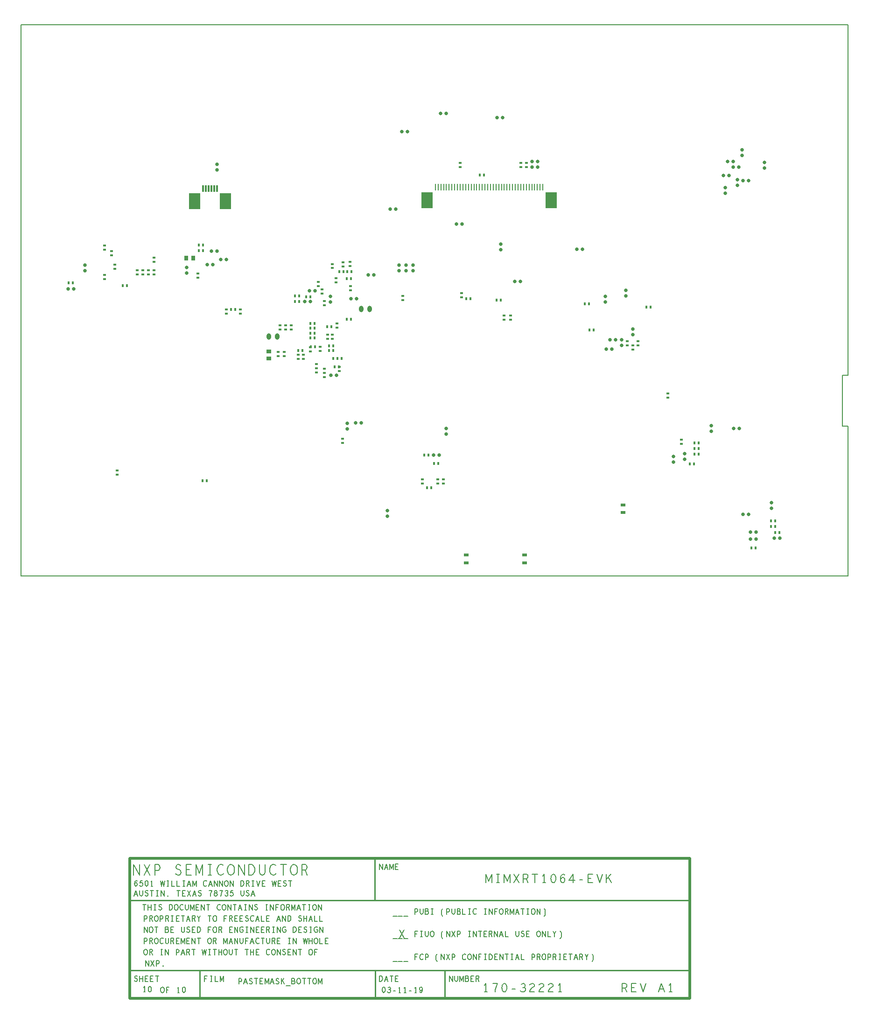
<source format=gbr>
G04 ================== begin FILE IDENTIFICATION RECORD ==================*
G04 Layout Name:  LAY-32221_A1.brd*
G04 Film Name:    SSP*
G04 File Format:  Gerber RS274X*
G04 File Origin:  Cadence Allegro 16.6-2015-S103*
G04 Origin Date:  Mon Mar 11 10:16:28 2019*
G04 *
G04 Layer:  BOARD GEOMETRY/PASTEMASK_BOTTOM*
G04 Layer:  DRAWING FORMAT/FILM_TITLE_BLOCK*
G04 Layer:  PACKAGE GEOMETRY/PASTEMASK_BOTTOM*
G04 Layer:  PIN/PASTEMASK_BOTTOM*
G04 Layer:  BOARD GEOMETRY/OUTLINE*
G04 *
G04 Offset:    (0.00 0.00)*
G04 Mirror:    No*
G04 Mode:      Positive*
G04 Rotation:  0*
G04 FullContactRelief:  No*
G04 UndefLineWidth:     6.00*
G04 ================== end FILE IDENTIFICATION RECORD ====================*
%FSLAX55Y55*MOIN*%
%IR0*IPPOS*OFA0.00000B0.00000*MIA0B0*SFA1.00000B1.00000*%
%ADD10C,.025*%
%ADD14R,.079X.118*%
%ADD19R,.032X.024*%
%ADD12R,.02X.018*%
%ADD11R,.018X.02*%
%ADD17O,.035X.045*%
%ADD18R,.011X.049*%
%ADD16R,.033X.028*%
%ADD15R,.012X.049*%
%ADD13R,.028X.033*%
%ADD20C,.01*%
%ADD21C,.02*%
%ADD22C,.006*%
G75*
%LPD*%
G75*
G54D10*
X33500Y205000D03*
X37500D03*
X45500Y222000D03*
Y218000D03*
X118328Y220500D03*
Y216500D03*
X137000Y222500D03*
X133000D03*
X140000Y232000D03*
X136000D03*
X139803Y294000D03*
Y290000D03*
X142500Y226000D03*
X146500D03*
X206500Y196000D03*
X202500D03*
X206000Y203600D03*
X225342Y143500D03*
X221342D03*
X220900Y195600D03*
Y199600D03*
X210000Y203600D03*
X233000Y105000D03*
Y109000D03*
X243000Y109500D03*
X239000D03*
X239500Y198000D03*
X235500D03*
X252000Y215000D03*
X248000D03*
X261500Y42668D03*
Y46668D03*
X270000Y222000D03*
Y218000D03*
X263500Y262000D03*
X267500D03*
X272000Y317500D03*
X294500Y86500D03*
X280000Y222000D03*
Y218000D03*
X275000Y222000D03*
Y218000D03*
X276000Y317500D03*
X298500Y86500D03*
X303500Y101500D03*
Y105500D03*
X311000Y251500D03*
X315000D03*
X299500Y330500D03*
X303500D03*
X340000Y327500D03*
X352500Y210500D03*
X356500D03*
X342500Y237000D03*
Y233000D03*
X344000Y327500D03*
X369000Y296000D03*
Y292000D03*
X365000Y296000D03*
Y292000D03*
X401000Y233500D03*
X397000D03*
X418000Y162128D03*
X422000D03*
X429000Y168652D03*
Y164652D03*
X424500Y168628D03*
X420500D03*
X417300Y195800D03*
Y199800D03*
X437000Y176500D03*
Y172500D03*
X432000Y200000D03*
Y204000D03*
X474000Y87500D03*
Y83500D03*
X466000Y85500D03*
Y81500D03*
X493000Y103500D03*
Y107500D03*
X515500Y44000D03*
X519500D03*
X509000Y105500D03*
X513000D03*
X503000Y273500D03*
X508500Y292000D03*
X512500D03*
X503000Y277500D03*
X519500Y282500D03*
X515500D03*
X505500Y286000D03*
X501500D03*
X511500Y283000D03*
Y279000D03*
X508500Y296000D03*
X504500D03*
X515000Y300500D03*
Y304500D03*
X521000Y26500D03*
X525000D03*
X538000Y27000D03*
X542000D03*
X536000Y48500D03*
X521000Y31500D03*
X525000D03*
X536000Y52500D03*
X531000Y295500D03*
Y291500D03*
G54D20*
G01X77500Y-281500D02*
X477500D01*
G01X77500Y-251500D02*
Y-231500D01*
X477500D01*
G01X127500Y-301500D02*
Y-281500D01*
G01X253000Y-301500D02*
Y-281500D01*
G01X252500Y-231500D02*
Y-201500D01*
G01X302500Y-301500D02*
Y-281500D01*
G54D11*
X34024Y209500D03*
X36976D03*
X72524Y207500D03*
X75476D03*
X132476Y68000D03*
X129524D03*
X127024Y232500D03*
X129976D03*
Y236500D03*
X127024D03*
X150024Y190500D03*
X152976D03*
X200976Y161000D03*
X198024D03*
X206524Y177000D03*
X206824Y163600D03*
X206524Y173500D03*
Y170000D03*
Y180500D03*
X206476Y199500D03*
X203524D03*
X198476Y196000D03*
X195524D03*
X198476Y199988D03*
X195524D03*
X222976Y161000D03*
X220024D03*
X226024Y155500D03*
X228976D03*
X223024D03*
X225976D03*
X224024Y149500D03*
X226976D03*
X220024Y164500D03*
X222976D03*
X221476Y178000D03*
X218524D03*
X209476Y177000D03*
X209776Y163600D03*
X209476Y173500D03*
Y170000D03*
Y180500D03*
X227324Y217500D03*
X232524Y183500D03*
X235476D03*
X233024Y217500D03*
X235976D03*
X235476Y212300D03*
X232524D03*
X230276Y217500D03*
X292976Y63000D03*
X290024D03*
X288024Y86500D03*
X290976D03*
X295024Y80500D03*
X297976D03*
X318048Y198000D03*
X321000D03*
X339524Y197000D03*
X327524Y286500D03*
X330476D03*
X342476Y197000D03*
X406024Y175628D03*
X405476Y194500D03*
X402524D03*
X408976Y175628D03*
X449476Y192128D03*
X446524D03*
X481024Y95050D03*
X483976D03*
X477524Y80000D03*
X480476D03*
X481024Y91000D03*
X483976D03*
X481024Y87095D03*
X483976D03*
X524476Y20000D03*
X521524D03*
X535524Y35500D03*
X538476D03*
X538524Y31000D03*
X541476D03*
X535524Y39500D03*
X538476D03*
G54D21*
G01X77500Y-301500D02*
Y-201500D01*
X477500D01*
G01D02*
Y-301500D01*
X77500D01*
G54D12*
X68500Y72524D03*
Y75476D03*
X64500Y229024D03*
X59500Y212024D03*
Y214976D03*
X67000Y219524D03*
Y222476D03*
X59500Y233024D03*
Y235976D03*
X64500Y231976D03*
X95000Y215524D03*
Y218476D03*
X91000D03*
Y215524D03*
X95000Y227476D03*
Y224524D03*
X83000Y215524D03*
Y218476D03*
X87000Y215524D03*
Y218476D03*
X126201Y213024D03*
Y215976D03*
X156500Y187524D03*
Y190476D03*
X146500Y187524D03*
Y190476D03*
X183500Y157024D03*
Y159976D03*
X185000Y178976D03*
Y176024D03*
X188000Y157024D03*
Y159976D03*
X198000Y155024D03*
Y157976D03*
X206700Y160524D03*
X201500Y157976D03*
Y155024D03*
X188800Y178976D03*
Y176024D03*
X192800Y178976D03*
Y176024D03*
X206700Y163476D03*
X229500Y95024D03*
Y97976D03*
X216500Y144976D03*
Y142024D03*
X211000Y148476D03*
Y145524D03*
X227100Y149376D03*
Y146424D03*
X216500Y147976D03*
Y145024D03*
X211000Y151476D03*
Y148524D03*
X213500Y160724D03*
X225500Y177524D03*
Y180476D03*
X218800Y169524D03*
Y172476D03*
X213500Y163676D03*
X222300Y169524D03*
Y172476D03*
X215000Y201848D03*
Y204800D03*
X216500Y193524D03*
Y196476D03*
X212200Y209976D03*
Y207024D03*
X222300Y222876D03*
Y219924D03*
X224882Y209724D03*
Y212676D03*
X235300Y204024D03*
X230000Y221024D03*
Y223976D03*
X235300Y206976D03*
X235000Y221424D03*
Y224376D03*
X272600Y197024D03*
Y199976D03*
X286550Y68976D03*
Y66024D03*
X301550D03*
Y68976D03*
X297500Y66024D03*
Y68976D03*
X314500Y202006D03*
Y199054D03*
X313583Y292024D03*
Y294976D03*
X345000Y183024D03*
X349500D03*
X345000Y185976D03*
X349500D03*
X361000Y294976D03*
Y292024D03*
X357000D03*
Y294976D03*
X437000Y161700D03*
X433000Y167604D03*
Y164652D03*
X437000D03*
X440500Y167604D03*
Y164652D03*
X471500Y94524D03*
Y97476D03*
X462000Y127524D03*
Y130476D03*
G54D22*
G01X590550Y0D02*
X0D01*
Y393700D01*
X590550D01*
Y143500D01*
X586500D01*
Y107000D01*
X590550D01*
Y0D01*
G01X80950Y-288967D02*
X81350Y-289300D01*
X81800Y-289500D01*
X82200D01*
X82600Y-289300D01*
X82900Y-288967D01*
X83050Y-288500D01*
X82950Y-288033D01*
X82700Y-287633D01*
X82250Y-287367D01*
X81650Y-287233D01*
X81300Y-286967D01*
X81150Y-286500D01*
X81250Y-286033D01*
X81500Y-285700D01*
X81850Y-285500D01*
X82200D01*
X82550Y-285633D01*
X82850Y-285967D01*
G01X84750Y-289500D02*
Y-285500D01*
G01X86850D02*
Y-289500D01*
G01Y-287500D02*
X84750D01*
G01X90600Y-289500D02*
X88600D01*
Y-285500D01*
X90600D01*
G01X89800Y-287433D02*
X88600D01*
G01X94400Y-289500D02*
X92400D01*
Y-285500D01*
X94400D01*
G01X93600Y-287433D02*
X92400D01*
G01X97200Y-285500D02*
Y-289500D01*
G01X96050Y-285500D02*
X98350D01*
G01X88100Y-297000D02*
Y-293000D01*
X87500Y-293800D01*
G01Y-297000D02*
X88700D01*
G01X91900Y-293000D02*
X91500Y-293133D01*
X91200Y-293467D01*
X91000Y-293867D01*
X90850Y-294400D01*
X90800Y-295000D01*
X90850Y-295600D01*
X91000Y-296133D01*
X91200Y-296533D01*
X91500Y-296867D01*
X91900Y-297000D01*
X92300Y-296867D01*
X92600Y-296533D01*
X92800Y-296133D01*
X92950Y-295600D01*
X93000Y-295000D01*
X92950Y-294400D01*
X92800Y-293867D01*
X92600Y-293467D01*
X92300Y-293133D01*
X91900Y-293000D01*
G01X89000Y-270500D02*
X88600Y-270433D01*
X88250Y-270167D01*
X87950Y-269767D01*
X87750Y-269300D01*
X87650Y-268767D01*
Y-268233D01*
X87750Y-267700D01*
X87950Y-267233D01*
X88250Y-266833D01*
X88600Y-266567D01*
X89000Y-266500D01*
X89400Y-266567D01*
X89750Y-266833D01*
X90050Y-267233D01*
X90250Y-267700D01*
X90350Y-268233D01*
Y-268767D01*
X90250Y-269300D01*
X90050Y-269767D01*
X89750Y-270167D01*
X89400Y-270433D01*
X89000Y-270500D01*
G01X91800D02*
Y-266500D01*
X93050D01*
X93450Y-266700D01*
X93700Y-266967D01*
X93800Y-267500D01*
X93700Y-268033D01*
X93400Y-268367D01*
X93050Y-268567D01*
X91800D01*
G01X93050D02*
X93800Y-270500D01*
G01X99800Y-266500D02*
X101000D01*
G01X100400D02*
Y-270500D01*
G01X99800D02*
X101000D01*
G01X103050D02*
Y-266500D01*
X105350Y-270500D01*
Y-266500D01*
G01X110800Y-270500D02*
Y-266500D01*
X112000D01*
X112400Y-266700D01*
X112700Y-267167D01*
X112800Y-267700D01*
X112700Y-268233D01*
X112450Y-268633D01*
X112000Y-268833D01*
X110800D01*
G01X114350Y-270500D02*
X115600Y-266500D01*
X116850Y-270500D01*
G01X116400Y-269100D02*
X114800D01*
G01X118400Y-270500D02*
Y-266500D01*
X119650D01*
X120050Y-266700D01*
X120300Y-266967D01*
X120400Y-267500D01*
X120300Y-268033D01*
X120000Y-268367D01*
X119650Y-268567D01*
X118400D01*
G01X119650D02*
X120400Y-270500D01*
G01X123200Y-266500D02*
Y-270500D01*
G01X122050Y-266500D02*
X124350D01*
G01X129300D02*
X130000Y-270500D01*
X130800Y-266500D01*
X131600Y-270500D01*
X132300Y-266500D01*
G01X134000D02*
X135200D01*
G01X134600D02*
Y-270500D01*
G01X134000D02*
X135200D01*
G01X138400Y-266500D02*
Y-270500D01*
G01X137250Y-266500D02*
X139550D01*
G01X141150Y-270500D02*
Y-266500D01*
G01X143250D02*
Y-270500D01*
G01Y-268500D02*
X141150D01*
G01X146000Y-270500D02*
X145600Y-270433D01*
X145250Y-270167D01*
X144950Y-269767D01*
X144750Y-269300D01*
X144650Y-268767D01*
Y-268233D01*
X144750Y-267700D01*
X144950Y-267233D01*
X145250Y-266833D01*
X145600Y-266567D01*
X146000Y-266500D01*
X146400Y-266567D01*
X146750Y-266833D01*
X147050Y-267233D01*
X147250Y-267700D01*
X147350Y-268233D01*
Y-268767D01*
X147250Y-269300D01*
X147050Y-269767D01*
X146750Y-270167D01*
X146400Y-270433D01*
X146000Y-270500D01*
G01X148700Y-266500D02*
Y-269367D01*
X148900Y-269967D01*
X149300Y-270367D01*
X149800Y-270500D01*
X150300Y-270367D01*
X150700Y-269967D01*
X150900Y-269367D01*
Y-266500D01*
G01X153600D02*
Y-270500D01*
G01X152450Y-266500D02*
X154750D01*
G01X161200D02*
Y-270500D01*
G01X160050Y-266500D02*
X162350D01*
G01X163950Y-270500D02*
Y-266500D01*
G01X166050D02*
Y-270500D01*
G01Y-268500D02*
X163950D01*
G01X169800Y-270500D02*
X167800D01*
Y-266500D01*
X169800D01*
G01X169000Y-268433D02*
X167800D01*
G01X177500Y-266833D02*
X177200Y-266633D01*
X176850Y-266500D01*
X176450D01*
X176000Y-266700D01*
X175650Y-267033D01*
X175400Y-267433D01*
X175200Y-268100D01*
X175150Y-268700D01*
X175250Y-269300D01*
X175400Y-269700D01*
X175700Y-270100D01*
X176050Y-270367D01*
X176400Y-270500D01*
X176750D01*
X177100Y-270367D01*
X177400Y-270167D01*
X177650Y-269900D01*
G01X180200Y-270500D02*
X179800Y-270433D01*
X179450Y-270167D01*
X179150Y-269767D01*
X178950Y-269300D01*
X178850Y-268767D01*
Y-268233D01*
X178950Y-267700D01*
X179150Y-267233D01*
X179450Y-266833D01*
X179800Y-266567D01*
X180200Y-266500D01*
X180600Y-266567D01*
X180950Y-266833D01*
X181250Y-267233D01*
X181450Y-267700D01*
X181550Y-268233D01*
Y-268767D01*
X181450Y-269300D01*
X181250Y-269767D01*
X180950Y-270167D01*
X180600Y-270433D01*
X180200Y-270500D01*
G01X182850D02*
Y-266500D01*
X185150Y-270500D01*
Y-266500D01*
G01X186750Y-269967D02*
X187150Y-270300D01*
X187600Y-270500D01*
X188000D01*
X188400Y-270300D01*
X188700Y-269967D01*
X188850Y-269500D01*
X188750Y-269033D01*
X188500Y-268633D01*
X188050Y-268367D01*
X187450Y-268233D01*
X187100Y-267967D01*
X186950Y-267500D01*
X187050Y-267033D01*
X187300Y-266700D01*
X187650Y-266500D01*
X188000D01*
X188350Y-266633D01*
X188650Y-266967D01*
G01X192600Y-270500D02*
X190600D01*
Y-266500D01*
X192600D01*
G01X191800Y-268433D02*
X190600D01*
G01X194250Y-270500D02*
Y-266500D01*
X196550Y-270500D01*
Y-266500D01*
G01X199200D02*
Y-270500D01*
G01X198050Y-266500D02*
X200350D01*
G01X206800Y-270500D02*
X206400Y-270433D01*
X206050Y-270167D01*
X205750Y-269767D01*
X205550Y-269300D01*
X205450Y-268767D01*
Y-268233D01*
X205550Y-267700D01*
X205750Y-267233D01*
X206050Y-266833D01*
X206400Y-266567D01*
X206800Y-266500D01*
X207200Y-266567D01*
X207550Y-266833D01*
X207850Y-267233D01*
X208050Y-267700D01*
X208150Y-268233D01*
Y-268767D01*
X208050Y-269300D01*
X207850Y-269767D01*
X207550Y-270167D01*
X207200Y-270433D01*
X206800Y-270500D01*
G01X209650D02*
Y-266500D01*
X211550D01*
G01X210850Y-268433D02*
X209650D01*
G01X88850Y-278500D02*
Y-274500D01*
X91150Y-278500D01*
Y-274500D01*
G01X92750Y-278500D02*
X94850Y-274500D01*
G01X92750D02*
X94850Y-278500D01*
G01X96600D02*
Y-274500D01*
X97800D01*
X98200Y-274700D01*
X98500Y-275167D01*
X98600Y-275700D01*
X98500Y-276233D01*
X98250Y-276633D01*
X97800Y-276833D01*
X96600D01*
G01X101400Y-278633D02*
X101300Y-278567D01*
Y-278433D01*
X101400Y-278367D01*
X101500Y-278433D01*
Y-278567D01*
X101400Y-278633D01*
G01X88000Y-262500D02*
Y-258500D01*
X89200D01*
X89600Y-258700D01*
X89900Y-259167D01*
X90000Y-259700D01*
X89900Y-260233D01*
X89650Y-260633D01*
X89200Y-260833D01*
X88000D01*
G01X91800Y-262500D02*
Y-258500D01*
X93050D01*
X93450Y-258700D01*
X93700Y-258967D01*
X93800Y-259500D01*
X93700Y-260033D01*
X93400Y-260367D01*
X93050Y-260567D01*
X91800D01*
G01X93050D02*
X93800Y-262500D01*
G01X96600D02*
X96200Y-262433D01*
X95850Y-262167D01*
X95550Y-261767D01*
X95350Y-261300D01*
X95250Y-260767D01*
Y-260233D01*
X95350Y-259700D01*
X95550Y-259233D01*
X95850Y-258833D01*
X96200Y-258567D01*
X96600Y-258500D01*
X97000Y-258567D01*
X97350Y-258833D01*
X97650Y-259233D01*
X97850Y-259700D01*
X97950Y-260233D01*
Y-260767D01*
X97850Y-261300D01*
X97650Y-261767D01*
X97350Y-262167D01*
X97000Y-262433D01*
X96600Y-262500D01*
G01X101500Y-258833D02*
X101200Y-258633D01*
X100850Y-258500D01*
X100450D01*
X100000Y-258700D01*
X99650Y-259033D01*
X99400Y-259433D01*
X99200Y-260100D01*
X99150Y-260700D01*
X99250Y-261300D01*
X99400Y-261700D01*
X99700Y-262100D01*
X100050Y-262367D01*
X100400Y-262500D01*
X100750D01*
X101100Y-262367D01*
X101400Y-262167D01*
X101650Y-261900D01*
G01X103100Y-258500D02*
Y-261367D01*
X103300Y-261967D01*
X103700Y-262367D01*
X104200Y-262500D01*
X104700Y-262367D01*
X105100Y-261967D01*
X105300Y-261367D01*
Y-258500D01*
G01X107000Y-262500D02*
Y-258500D01*
X108250D01*
X108650Y-258700D01*
X108900Y-258967D01*
X109000Y-259500D01*
X108900Y-260033D01*
X108600Y-260367D01*
X108250Y-260567D01*
X107000D01*
G01X108250D02*
X109000Y-262500D01*
G01X112800D02*
X110800D01*
Y-258500D01*
X112800D01*
G01X112000Y-260433D02*
X110800D01*
G01X114300Y-262500D02*
Y-258500D01*
X115600Y-261833D01*
X116900Y-258500D01*
Y-262500D01*
G01X120400D02*
X118400D01*
Y-258500D01*
X120400D01*
G01X119600Y-260433D02*
X118400D01*
G01X122050Y-262500D02*
Y-258500D01*
X124350Y-262500D01*
Y-258500D01*
G01X127000D02*
Y-262500D01*
G01X125850Y-258500D02*
X128150D01*
G01X134600Y-262500D02*
X134200Y-262433D01*
X133850Y-262167D01*
X133550Y-261767D01*
X133350Y-261300D01*
X133250Y-260767D01*
Y-260233D01*
X133350Y-259700D01*
X133550Y-259233D01*
X133850Y-258833D01*
X134200Y-258567D01*
X134600Y-258500D01*
X135000Y-258567D01*
X135350Y-258833D01*
X135650Y-259233D01*
X135850Y-259700D01*
X135950Y-260233D01*
Y-260767D01*
X135850Y-261300D01*
X135650Y-261767D01*
X135350Y-262167D01*
X135000Y-262433D01*
X134600Y-262500D01*
G01X137400D02*
Y-258500D01*
X138650D01*
X139050Y-258700D01*
X139300Y-258967D01*
X139400Y-259500D01*
X139300Y-260033D01*
X139000Y-260367D01*
X138650Y-260567D01*
X137400D01*
G01X138650D02*
X139400Y-262500D01*
G01X144700D02*
Y-258500D01*
X146000Y-261833D01*
X147300Y-258500D01*
Y-262500D01*
G01X148550D02*
X149800Y-258500D01*
X151050Y-262500D01*
G01X150600Y-261100D02*
X149000D01*
G01X152450Y-262500D02*
Y-258500D01*
X154750Y-262500D01*
Y-258500D01*
G01X156300D02*
Y-261367D01*
X156500Y-261967D01*
X156900Y-262367D01*
X157400Y-262500D01*
X157900Y-262367D01*
X158300Y-261967D01*
X158500Y-261367D01*
Y-258500D01*
G01X160250Y-262500D02*
Y-258500D01*
X162150D01*
G01X161450Y-260433D02*
X160250D01*
G01X163750Y-262500D02*
X165000Y-258500D01*
X166250Y-262500D01*
G01X165800Y-261100D02*
X164200D01*
G01X169900Y-258833D02*
X169600Y-258633D01*
X169250Y-258500D01*
X168850D01*
X168400Y-258700D01*
X168050Y-259033D01*
X167800Y-259433D01*
X167600Y-260100D01*
X167550Y-260700D01*
X167650Y-261300D01*
X167800Y-261700D01*
X168100Y-262100D01*
X168450Y-262367D01*
X168800Y-262500D01*
X169150D01*
X169500Y-262367D01*
X169800Y-262167D01*
X170050Y-261900D01*
G01X172600Y-258500D02*
Y-262500D01*
G01X171450Y-258500D02*
X173750D01*
G01X175300D02*
Y-261367D01*
X175500Y-261967D01*
X175900Y-262367D01*
X176400Y-262500D01*
X176900Y-262367D01*
X177300Y-261967D01*
X177500Y-261367D01*
Y-258500D01*
G01X179200Y-262500D02*
Y-258500D01*
X180450D01*
X180850Y-258700D01*
X181100Y-258967D01*
X181200Y-259500D01*
X181100Y-260033D01*
X180800Y-260367D01*
X180450Y-260567D01*
X179200D01*
G01X180450D02*
X181200Y-262500D01*
G01X185000D02*
X183000D01*
Y-258500D01*
X185000D01*
G01X184200Y-260433D02*
X183000D01*
G01X191000Y-258500D02*
X192200D01*
G01X191600D02*
Y-262500D01*
G01X191000D02*
X192200D01*
G01X194250D02*
Y-258500D01*
X196550Y-262500D01*
Y-258500D01*
G01X201500D02*
X202200Y-262500D01*
X203000Y-258500D01*
X203800Y-262500D01*
X204500Y-258500D01*
G01X205750Y-262500D02*
Y-258500D01*
G01X207850D02*
Y-262500D01*
G01Y-260500D02*
X205750D01*
G01X210600Y-262500D02*
X210200Y-262433D01*
X209850Y-262167D01*
X209550Y-261767D01*
X209350Y-261300D01*
X209250Y-260767D01*
Y-260233D01*
X209350Y-259700D01*
X209550Y-259233D01*
X209850Y-258833D01*
X210200Y-258567D01*
X210600Y-258500D01*
X211000Y-258567D01*
X211350Y-258833D01*
X211650Y-259233D01*
X211850Y-259700D01*
X211950Y-260233D01*
Y-260767D01*
X211850Y-261300D01*
X211650Y-261767D01*
X211350Y-262167D01*
X211000Y-262433D01*
X210600Y-262500D01*
G01X213400Y-258500D02*
Y-262500D01*
X215400D01*
G01X219200D02*
X217200D01*
Y-258500D01*
X219200D01*
G01X218400Y-260433D02*
X217200D01*
G01X88000Y-246500D02*
Y-242500D01*
X89200D01*
X89600Y-242700D01*
X89900Y-243167D01*
X90000Y-243700D01*
X89900Y-244233D01*
X89650Y-244633D01*
X89200Y-244833D01*
X88000D01*
G01X91800Y-246500D02*
Y-242500D01*
X93050D01*
X93450Y-242700D01*
X93700Y-242967D01*
X93800Y-243500D01*
X93700Y-244033D01*
X93400Y-244367D01*
X93050Y-244567D01*
X91800D01*
G01X93050D02*
X93800Y-246500D01*
G01X96600D02*
X96200Y-246433D01*
X95850Y-246167D01*
X95550Y-245767D01*
X95350Y-245300D01*
X95250Y-244767D01*
Y-244233D01*
X95350Y-243700D01*
X95550Y-243233D01*
X95850Y-242833D01*
X96200Y-242567D01*
X96600Y-242500D01*
X97000Y-242567D01*
X97350Y-242833D01*
X97650Y-243233D01*
X97850Y-243700D01*
X97950Y-244233D01*
Y-244767D01*
X97850Y-245300D01*
X97650Y-245767D01*
X97350Y-246167D01*
X97000Y-246433D01*
X96600Y-246500D01*
G01X99400D02*
Y-242500D01*
X100600D01*
X101000Y-242700D01*
X101300Y-243167D01*
X101400Y-243700D01*
X101300Y-244233D01*
X101050Y-244633D01*
X100600Y-244833D01*
X99400D01*
G01X103200Y-246500D02*
Y-242500D01*
X104450D01*
X104850Y-242700D01*
X105100Y-242967D01*
X105200Y-243500D01*
X105100Y-244033D01*
X104800Y-244367D01*
X104450Y-244567D01*
X103200D01*
G01X104450D02*
X105200Y-246500D01*
G01X107400Y-242500D02*
X108600D01*
G01X108000D02*
Y-246500D01*
G01X107400D02*
X108600D01*
G01X112800D02*
X110800D01*
Y-242500D01*
X112800D01*
G01X112000Y-244433D02*
X110800D01*
G01X115600Y-242500D02*
Y-246500D01*
G01X114450Y-242500D02*
X116750D01*
G01X118150Y-246500D02*
X119400Y-242500D01*
X120650Y-246500D01*
G01X120200Y-245100D02*
X118600D01*
G01X122200Y-246500D02*
Y-242500D01*
X123450D01*
X123850Y-242700D01*
X124100Y-242967D01*
X124200Y-243500D01*
X124100Y-244033D01*
X123800Y-244367D01*
X123450Y-244567D01*
X122200D01*
G01X123450D02*
X124200Y-246500D01*
G01X127000D02*
Y-244700D01*
X126000Y-242500D01*
G01X128000D02*
X127000Y-244700D01*
G01X134600Y-242500D02*
Y-246500D01*
G01X133450Y-242500D02*
X135750D01*
G01X138400Y-246500D02*
X138000Y-246433D01*
X137650Y-246167D01*
X137350Y-245767D01*
X137150Y-245300D01*
X137050Y-244767D01*
Y-244233D01*
X137150Y-243700D01*
X137350Y-243233D01*
X137650Y-242833D01*
X138000Y-242567D01*
X138400Y-242500D01*
X138800Y-242567D01*
X139150Y-242833D01*
X139450Y-243233D01*
X139650Y-243700D01*
X139750Y-244233D01*
Y-244767D01*
X139650Y-245300D01*
X139450Y-245767D01*
X139150Y-246167D01*
X138800Y-246433D01*
X138400Y-246500D01*
G01X145050D02*
Y-242500D01*
X146950D01*
G01X146250Y-244433D02*
X145050D01*
G01X148800Y-246500D02*
Y-242500D01*
X150050D01*
X150450Y-242700D01*
X150700Y-242967D01*
X150800Y-243500D01*
X150700Y-244033D01*
X150400Y-244367D01*
X150050Y-244567D01*
X148800D01*
G01X150050D02*
X150800Y-246500D01*
G01X154600D02*
X152600D01*
Y-242500D01*
X154600D01*
G01X153800Y-244433D02*
X152600D01*
G01X158400Y-246500D02*
X156400D01*
Y-242500D01*
X158400D01*
G01X157600Y-244433D02*
X156400D01*
G01X160150Y-245967D02*
X160550Y-246300D01*
X161000Y-246500D01*
X161400D01*
X161800Y-246300D01*
X162100Y-245967D01*
X162250Y-245500D01*
X162150Y-245033D01*
X161900Y-244633D01*
X161450Y-244367D01*
X160850Y-244233D01*
X160500Y-243967D01*
X160350Y-243500D01*
X160450Y-243033D01*
X160700Y-242700D01*
X161050Y-242500D01*
X161400D01*
X161750Y-242633D01*
X162050Y-242967D01*
G01X166100Y-242833D02*
X165800Y-242633D01*
X165450Y-242500D01*
X165050D01*
X164600Y-242700D01*
X164250Y-243033D01*
X164000Y-243433D01*
X163800Y-244100D01*
X163750Y-244700D01*
X163850Y-245300D01*
X164000Y-245700D01*
X164300Y-246100D01*
X164650Y-246367D01*
X165000Y-246500D01*
X165350D01*
X165700Y-246367D01*
X166000Y-246167D01*
X166250Y-245900D01*
G01X167550Y-246500D02*
X168800Y-242500D01*
X170050Y-246500D01*
G01X169600Y-245100D02*
X168000D01*
G01X171600Y-242500D02*
Y-246500D01*
X173600D01*
G01X177400D02*
X175400D01*
Y-242500D01*
X177400D01*
G01X176600Y-244433D02*
X175400D01*
G01X182750Y-246500D02*
X184000Y-242500D01*
X185250Y-246500D01*
G01X184800Y-245100D02*
X183200D01*
G01X186650Y-246500D02*
Y-242500D01*
X188950Y-246500D01*
Y-242500D01*
G01X190500Y-246500D02*
Y-242500D01*
X191500D01*
X191900Y-242700D01*
X192200Y-242967D01*
X192450Y-243367D01*
X192650Y-243833D01*
X192700Y-244500D01*
X192650Y-245167D01*
X192450Y-245633D01*
X192200Y-246033D01*
X191900Y-246300D01*
X191500Y-246500D01*
X190500D01*
G01X198150Y-245967D02*
X198550Y-246300D01*
X199000Y-246500D01*
X199400D01*
X199800Y-246300D01*
X200100Y-245967D01*
X200250Y-245500D01*
X200150Y-245033D01*
X199900Y-244633D01*
X199450Y-244367D01*
X198850Y-244233D01*
X198500Y-243967D01*
X198350Y-243500D01*
X198450Y-243033D01*
X198700Y-242700D01*
X199050Y-242500D01*
X199400D01*
X199750Y-242633D01*
X200050Y-242967D01*
G01X201950Y-246500D02*
Y-242500D01*
G01X204050D02*
Y-246500D01*
G01Y-244500D02*
X201950D01*
G01X205550Y-246500D02*
X206800Y-242500D01*
X208050Y-246500D01*
G01X207600Y-245100D02*
X206000D01*
G01X209600Y-242500D02*
Y-246500D01*
X211600D01*
G01X213400Y-242500D02*
Y-246500D01*
X215400D01*
G01X87850Y-254500D02*
Y-250500D01*
X90150Y-254500D01*
Y-250500D01*
G01X92800Y-254500D02*
X92400Y-254433D01*
X92050Y-254167D01*
X91750Y-253767D01*
X91550Y-253300D01*
X91450Y-252767D01*
Y-252233D01*
X91550Y-251700D01*
X91750Y-251233D01*
X92050Y-250833D01*
X92400Y-250567D01*
X92800Y-250500D01*
X93200Y-250567D01*
X93550Y-250833D01*
X93850Y-251233D01*
X94050Y-251700D01*
X94150Y-252233D01*
Y-252767D01*
X94050Y-253300D01*
X93850Y-253767D01*
X93550Y-254167D01*
X93200Y-254433D01*
X92800Y-254500D01*
G01X96600Y-250500D02*
Y-254500D01*
G01X95450Y-250500D02*
X97750D01*
G01X104600Y-252367D02*
X104800Y-252167D01*
X104950Y-251833D01*
X105050Y-251367D01*
X104950Y-250967D01*
X104750Y-250700D01*
X104400Y-250500D01*
X103050D01*
Y-254500D01*
X104700D01*
X105050Y-254233D01*
X105250Y-253833D01*
X105350Y-253367D01*
X105250Y-252900D01*
X104950Y-252500D01*
X104600Y-252367D01*
X103050D01*
G01X109000Y-254500D02*
X107000D01*
Y-250500D01*
X109000D01*
G01X108200Y-252433D02*
X107000D01*
G01X114500Y-250500D02*
Y-253367D01*
X114700Y-253967D01*
X115100Y-254367D01*
X115600Y-254500D01*
X116100Y-254367D01*
X116500Y-253967D01*
X116700Y-253367D01*
Y-250500D01*
G01X118350Y-253967D02*
X118750Y-254300D01*
X119200Y-254500D01*
X119600D01*
X120000Y-254300D01*
X120300Y-253967D01*
X120450Y-253500D01*
X120350Y-253033D01*
X120100Y-252633D01*
X119650Y-252367D01*
X119050Y-252233D01*
X118700Y-251967D01*
X118550Y-251500D01*
X118650Y-251033D01*
X118900Y-250700D01*
X119250Y-250500D01*
X119600D01*
X119950Y-250633D01*
X120250Y-250967D01*
G01X124200Y-254500D02*
X122200D01*
Y-250500D01*
X124200D01*
G01X123400Y-252433D02*
X122200D01*
G01X125900Y-254500D02*
Y-250500D01*
X126900D01*
X127300Y-250700D01*
X127600Y-250967D01*
X127850Y-251367D01*
X128050Y-251833D01*
X128100Y-252500D01*
X128050Y-253167D01*
X127850Y-253633D01*
X127600Y-254033D01*
X127300Y-254300D01*
X126900Y-254500D01*
X125900D01*
G01X133650D02*
Y-250500D01*
X135550D01*
G01X134850Y-252433D02*
X133650D01*
G01X138400Y-254500D02*
X138000Y-254433D01*
X137650Y-254167D01*
X137350Y-253767D01*
X137150Y-253300D01*
X137050Y-252767D01*
Y-252233D01*
X137150Y-251700D01*
X137350Y-251233D01*
X137650Y-250833D01*
X138000Y-250567D01*
X138400Y-250500D01*
X138800Y-250567D01*
X139150Y-250833D01*
X139450Y-251233D01*
X139650Y-251700D01*
X139750Y-252233D01*
Y-252767D01*
X139650Y-253300D01*
X139450Y-253767D01*
X139150Y-254167D01*
X138800Y-254433D01*
X138400Y-254500D01*
G01X141200D02*
Y-250500D01*
X142450D01*
X142850Y-250700D01*
X143100Y-250967D01*
X143200Y-251500D01*
X143100Y-252033D01*
X142800Y-252367D01*
X142450Y-252567D01*
X141200D01*
G01X142450D02*
X143200Y-254500D01*
G01X150800D02*
X148800D01*
Y-250500D01*
X150800D01*
G01X150000Y-252433D02*
X148800D01*
G01X152450Y-254500D02*
Y-250500D01*
X154750Y-254500D01*
Y-250500D01*
G01X157700Y-252500D02*
X158700D01*
Y-253700D01*
X158400Y-254100D01*
X158050Y-254367D01*
X157550Y-254500D01*
X157050Y-254367D01*
X156700Y-254100D01*
X156400Y-253700D01*
X156200Y-253233D01*
X156100Y-252700D01*
Y-252233D01*
X156200Y-251833D01*
X156400Y-251367D01*
X156700Y-250967D01*
X157000Y-250700D01*
X157400Y-250500D01*
X157750D01*
X158150Y-250633D01*
X158450Y-250900D01*
G01X160600Y-250500D02*
X161800D01*
G01X161200D02*
Y-254500D01*
G01X160600D02*
X161800D01*
G01X163850D02*
Y-250500D01*
X166150Y-254500D01*
Y-250500D01*
G01X169800Y-254500D02*
X167800D01*
Y-250500D01*
X169800D01*
G01X169000Y-252433D02*
X167800D01*
G01X173600Y-254500D02*
X171600D01*
Y-250500D01*
X173600D01*
G01X172800Y-252433D02*
X171600D01*
G01X175400Y-254500D02*
Y-250500D01*
X176650D01*
X177050Y-250700D01*
X177300Y-250967D01*
X177400Y-251500D01*
X177300Y-252033D01*
X177000Y-252367D01*
X176650Y-252567D01*
X175400D01*
G01X176650D02*
X177400Y-254500D01*
G01X179600Y-250500D02*
X180800D01*
G01X180200D02*
Y-254500D01*
G01X179600D02*
X180800D01*
G01X182850D02*
Y-250500D01*
X185150Y-254500D01*
Y-250500D01*
G01X188100Y-252500D02*
X189100D01*
Y-253700D01*
X188800Y-254100D01*
X188450Y-254367D01*
X187950Y-254500D01*
X187450Y-254367D01*
X187100Y-254100D01*
X186800Y-253700D01*
X186600Y-253233D01*
X186500Y-252700D01*
Y-252233D01*
X186600Y-251833D01*
X186800Y-251367D01*
X187100Y-250967D01*
X187400Y-250700D01*
X187800Y-250500D01*
X188150D01*
X188550Y-250633D01*
X188850Y-250900D01*
G01X194300Y-254500D02*
Y-250500D01*
X195300D01*
X195700Y-250700D01*
X196000Y-250967D01*
X196250Y-251367D01*
X196450Y-251833D01*
X196500Y-252500D01*
X196450Y-253167D01*
X196250Y-253633D01*
X196000Y-254033D01*
X195700Y-254300D01*
X195300Y-254500D01*
X194300D01*
G01X200200D02*
X198200D01*
Y-250500D01*
X200200D01*
G01X199400Y-252433D02*
X198200D01*
G01X201950Y-253967D02*
X202350Y-254300D01*
X202800Y-254500D01*
X203200D01*
X203600Y-254300D01*
X203900Y-253967D01*
X204050Y-253500D01*
X203950Y-253033D01*
X203700Y-252633D01*
X203250Y-252367D01*
X202650Y-252233D01*
X202300Y-251967D01*
X202150Y-251500D01*
X202250Y-251033D01*
X202500Y-250700D01*
X202850Y-250500D01*
X203200D01*
X203550Y-250633D01*
X203850Y-250967D01*
G01X206200Y-250500D02*
X207400D01*
G01X206800D02*
Y-254500D01*
G01X206200D02*
X207400D01*
G01X210900Y-252500D02*
X211900D01*
Y-253700D01*
X211600Y-254100D01*
X211250Y-254367D01*
X210750Y-254500D01*
X210250Y-254367D01*
X209900Y-254100D01*
X209600Y-253700D01*
X209400Y-253233D01*
X209300Y-252700D01*
Y-252233D01*
X209400Y-251833D01*
X209600Y-251367D01*
X209900Y-250967D01*
X210200Y-250700D01*
X210600Y-250500D01*
X210950D01*
X211350Y-250633D01*
X211650Y-250900D01*
G01X213250Y-254500D02*
Y-250500D01*
X215550Y-254500D01*
Y-250500D01*
G01X81050Y-219833D02*
X81400Y-219367D01*
X81700Y-219100D01*
X82100Y-218967D01*
X82450Y-219100D01*
X82700Y-219367D01*
X82900Y-219767D01*
X82950Y-220233D01*
X82900Y-220633D01*
X82700Y-221033D01*
X82400Y-221367D01*
X82050Y-221500D01*
X81650Y-221367D01*
X81300Y-220967D01*
X81100Y-220367D01*
X81050Y-219700D01*
X81150Y-218833D01*
X81300Y-218367D01*
X81550Y-217900D01*
X81900Y-217567D01*
X82250Y-217500D01*
X82600Y-217633D01*
X82850Y-217967D01*
G01X84700Y-220900D02*
X85000Y-221233D01*
X85350Y-221433D01*
X85800Y-221500D01*
X86250Y-221367D01*
X86600Y-221100D01*
X86850Y-220633D01*
X86900Y-220100D01*
X86800Y-219567D01*
X86550Y-219233D01*
X86200Y-218967D01*
X85850Y-218900D01*
X85500Y-218967D01*
X85050Y-219233D01*
X85200Y-217500D01*
X86550D01*
G01X89600D02*
X89200Y-217633D01*
X88900Y-217967D01*
X88700Y-218367D01*
X88550Y-218900D01*
X88500Y-219500D01*
X88550Y-220100D01*
X88700Y-220633D01*
X88900Y-221033D01*
X89200Y-221367D01*
X89600Y-221500D01*
X90000Y-221367D01*
X90300Y-221033D01*
X90500Y-220633D01*
X90650Y-220100D01*
X90700Y-219500D01*
X90650Y-218900D01*
X90500Y-218367D01*
X90300Y-217967D01*
X90000Y-217633D01*
X89600Y-217500D01*
G01X93400Y-221500D02*
Y-217500D01*
X92800Y-218300D01*
G01Y-221500D02*
X94000D01*
G01X99500Y-217500D02*
X100200Y-221500D01*
X101000Y-217500D01*
X101800Y-221500D01*
X102500Y-217500D01*
G01X104200D02*
X105400D01*
G01X104800D02*
Y-221500D01*
G01X104200D02*
X105400D01*
G01X107600Y-217500D02*
Y-221500D01*
X109600D01*
G01X111400Y-217500D02*
Y-221500D01*
X113400D01*
G01X115600Y-217500D02*
X116800D01*
G01X116200D02*
Y-221500D01*
G01X115600D02*
X116800D01*
G01X118750D02*
X120000Y-217500D01*
X121250Y-221500D01*
G01X120800Y-220100D02*
X119200D01*
G01X122500Y-221500D02*
Y-217500D01*
X123800Y-220833D01*
X125100Y-217500D01*
Y-221500D01*
G01X132500Y-217833D02*
X132200Y-217633D01*
X131850Y-217500D01*
X131450D01*
X131000Y-217700D01*
X130650Y-218033D01*
X130400Y-218433D01*
X130200Y-219100D01*
X130150Y-219700D01*
X130250Y-220300D01*
X130400Y-220700D01*
X130700Y-221100D01*
X131050Y-221367D01*
X131400Y-221500D01*
X131750D01*
X132100Y-221367D01*
X132400Y-221167D01*
X132650Y-220900D01*
G01X133950Y-221500D02*
X135200Y-217500D01*
X136450Y-221500D01*
G01X136000Y-220100D02*
X134400D01*
G01X137850Y-221500D02*
Y-217500D01*
X140150Y-221500D01*
Y-217500D01*
G01X141650Y-221500D02*
Y-217500D01*
X143950Y-221500D01*
Y-217500D01*
G01X146600Y-221500D02*
X146200Y-221433D01*
X145850Y-221167D01*
X145550Y-220767D01*
X145350Y-220300D01*
X145250Y-219767D01*
Y-219233D01*
X145350Y-218700D01*
X145550Y-218233D01*
X145850Y-217833D01*
X146200Y-217567D01*
X146600Y-217500D01*
X147000Y-217567D01*
X147350Y-217833D01*
X147650Y-218233D01*
X147850Y-218700D01*
X147950Y-219233D01*
Y-219767D01*
X147850Y-220300D01*
X147650Y-220767D01*
X147350Y-221167D01*
X147000Y-221433D01*
X146600Y-221500D01*
G01X149250D02*
Y-217500D01*
X151550Y-221500D01*
Y-217500D01*
G01X156900Y-221500D02*
Y-217500D01*
X157900D01*
X158300Y-217700D01*
X158600Y-217967D01*
X158850Y-218367D01*
X159050Y-218833D01*
X159100Y-219500D01*
X159050Y-220167D01*
X158850Y-220633D01*
X158600Y-221033D01*
X158300Y-221300D01*
X157900Y-221500D01*
X156900D01*
G01X160800D02*
Y-217500D01*
X162050D01*
X162450Y-217700D01*
X162700Y-217967D01*
X162800Y-218500D01*
X162700Y-219033D01*
X162400Y-219367D01*
X162050Y-219567D01*
X160800D01*
G01X162050D02*
X162800Y-221500D01*
G01X165000Y-217500D02*
X166200D01*
G01X165600D02*
Y-221500D01*
G01X165000D02*
X166200D01*
G01X168150Y-217500D02*
X169400Y-221500D01*
X170650Y-217500D01*
G01X174200Y-221500D02*
X172200D01*
Y-217500D01*
X174200D01*
G01X173400Y-219433D02*
X172200D01*
G01X179300Y-217500D02*
X180000Y-221500D01*
X180800Y-217500D01*
X181600Y-221500D01*
X182300Y-217500D01*
G01X185600Y-221500D02*
X183600D01*
Y-217500D01*
X185600D01*
G01X184800Y-219433D02*
X183600D01*
G01X187350Y-220967D02*
X187750Y-221300D01*
X188200Y-221500D01*
X188600D01*
X189000Y-221300D01*
X189300Y-220967D01*
X189450Y-220500D01*
X189350Y-220033D01*
X189100Y-219633D01*
X188650Y-219367D01*
X188050Y-219233D01*
X187700Y-218967D01*
X187550Y-218500D01*
X187650Y-218033D01*
X187900Y-217700D01*
X188250Y-217500D01*
X188600D01*
X188950Y-217633D01*
X189250Y-217967D01*
G01X192200Y-217500D02*
Y-221500D01*
G01X191050Y-217500D02*
X193350D01*
G01X80750Y-228500D02*
X82000Y-224500D01*
X83250Y-228500D01*
G01X82800Y-227100D02*
X81200D01*
G01X84700Y-224500D02*
Y-227367D01*
X84900Y-227967D01*
X85300Y-228367D01*
X85800Y-228500D01*
X86300Y-228367D01*
X86700Y-227967D01*
X86900Y-227367D01*
Y-224500D01*
G01X88550Y-227967D02*
X88950Y-228300D01*
X89400Y-228500D01*
X89800D01*
X90200Y-228300D01*
X90500Y-227967D01*
X90650Y-227500D01*
X90550Y-227033D01*
X90300Y-226633D01*
X89850Y-226367D01*
X89250Y-226233D01*
X88900Y-225967D01*
X88750Y-225500D01*
X88850Y-225033D01*
X89100Y-224700D01*
X89450Y-224500D01*
X89800D01*
X90150Y-224633D01*
X90450Y-224967D01*
G01X93400Y-224500D02*
Y-228500D01*
G01X92250Y-224500D02*
X94550D01*
G01X96600D02*
X97800D01*
G01X97200D02*
Y-228500D01*
G01X96600D02*
X97800D01*
G01X99850D02*
Y-224500D01*
X102150Y-228500D01*
Y-224500D01*
G01X104800Y-228633D02*
X104700Y-228567D01*
Y-228433D01*
X104800Y-228367D01*
X104900Y-228433D01*
Y-228567D01*
X104800Y-228633D01*
G01X112400Y-224500D02*
Y-228500D01*
G01X111250Y-224500D02*
X113550D01*
G01X117200Y-228500D02*
X115200D01*
Y-224500D01*
X117200D01*
G01X116400Y-226433D02*
X115200D01*
G01X118950Y-228500D02*
X121050Y-224500D01*
G01X118950D02*
X121050Y-228500D01*
G01X122550D02*
X123800Y-224500D01*
X125050Y-228500D01*
G01X124600Y-227100D02*
X123000D01*
G01X126550Y-227967D02*
X126950Y-228300D01*
X127400Y-228500D01*
X127800D01*
X128200Y-228300D01*
X128500Y-227967D01*
X128650Y-227500D01*
X128550Y-227033D01*
X128300Y-226633D01*
X127850Y-226367D01*
X127250Y-226233D01*
X126900Y-225967D01*
X126750Y-225500D01*
X126850Y-225033D01*
X127100Y-224700D01*
X127450Y-224500D01*
X127800D01*
X128150Y-224633D01*
X128450Y-224967D01*
G01X135100Y-228500D02*
X135200Y-227633D01*
X135350Y-226900D01*
X135550Y-226233D01*
X135800Y-225500D01*
X136200Y-224500D01*
X134200D01*
G01X139000Y-228500D02*
X139350Y-228433D01*
X139750Y-228233D01*
X140000Y-227900D01*
X140100Y-227433D01*
X140000Y-226967D01*
X139700Y-226567D01*
X139250Y-226367D01*
X138750D01*
X138450Y-226233D01*
X138200Y-225900D01*
X138100Y-225433D01*
X138250Y-224967D01*
X138600Y-224633D01*
X139000Y-224500D01*
X139400Y-224633D01*
X139750Y-224967D01*
X139900Y-225433D01*
X139800Y-225900D01*
X139550Y-226233D01*
X139250Y-226367D01*
X138750D01*
X138300Y-226567D01*
X138000Y-226967D01*
X137900Y-227433D01*
X138000Y-227900D01*
X138250Y-228233D01*
X138650Y-228433D01*
X139000Y-228500D01*
G01X142700D02*
X142800Y-227633D01*
X142950Y-226900D01*
X143150Y-226233D01*
X143400Y-225500D01*
X143800Y-224500D01*
X141800D01*
G01X145500Y-227700D02*
X145800Y-228167D01*
X146200Y-228433D01*
X146650Y-228500D01*
X147050Y-228433D01*
X147450Y-228100D01*
X147700Y-227700D01*
X147750Y-227300D01*
X147650Y-226833D01*
X147300Y-226500D01*
X146950Y-226367D01*
X146500D01*
G01X146950D02*
X147250Y-226167D01*
X147500Y-225833D01*
X147600Y-225433D01*
X147500Y-225033D01*
X147250Y-224700D01*
X146800Y-224500D01*
X146350Y-224567D01*
X145900Y-224833D01*
G01X149300Y-227900D02*
X149600Y-228233D01*
X149950Y-228433D01*
X150400Y-228500D01*
X150850Y-228367D01*
X151200Y-228100D01*
X151450Y-227633D01*
X151500Y-227100D01*
X151400Y-226567D01*
X151150Y-226233D01*
X150800Y-225967D01*
X150450Y-225900D01*
X150100Y-225967D01*
X149650Y-226233D01*
X149800Y-224500D01*
X151150D01*
G01X156900D02*
Y-227367D01*
X157100Y-227967D01*
X157500Y-228367D01*
X158000Y-228500D01*
X158500Y-228367D01*
X158900Y-227967D01*
X159100Y-227367D01*
Y-224500D01*
G01X160750Y-227967D02*
X161150Y-228300D01*
X161600Y-228500D01*
X162000D01*
X162400Y-228300D01*
X162700Y-227967D01*
X162850Y-227500D01*
X162750Y-227033D01*
X162500Y-226633D01*
X162050Y-226367D01*
X161450Y-226233D01*
X161100Y-225967D01*
X160950Y-225500D01*
X161050Y-225033D01*
X161300Y-224700D01*
X161650Y-224500D01*
X162000D01*
X162350Y-224633D01*
X162650Y-224967D01*
G01X164350Y-228500D02*
X165600Y-224500D01*
X166850Y-228500D01*
G01X166400Y-227100D02*
X164800D01*
G01X88000Y-234500D02*
Y-238500D01*
G01X86850Y-234500D02*
X89150D01*
G01X90750Y-238500D02*
Y-234500D01*
G01X92850D02*
Y-238500D01*
G01Y-236500D02*
X90750D01*
G01X95000Y-234500D02*
X96200D01*
G01X95600D02*
Y-238500D01*
G01X95000D02*
X96200D01*
G01X98350Y-237967D02*
X98750Y-238300D01*
X99200Y-238500D01*
X99600D01*
X100000Y-238300D01*
X100300Y-237967D01*
X100450Y-237500D01*
X100350Y-237033D01*
X100100Y-236633D01*
X99650Y-236367D01*
X99050Y-236233D01*
X98700Y-235967D01*
X98550Y-235500D01*
X98650Y-235033D01*
X98900Y-234700D01*
X99250Y-234500D01*
X99600D01*
X99950Y-234633D01*
X100250Y-234967D01*
G01X105900Y-238500D02*
Y-234500D01*
X106900D01*
X107300Y-234700D01*
X107600Y-234967D01*
X107850Y-235367D01*
X108050Y-235833D01*
X108100Y-236500D01*
X108050Y-237167D01*
X107850Y-237633D01*
X107600Y-238033D01*
X107300Y-238300D01*
X106900Y-238500D01*
X105900D01*
G01X110800D02*
X110400Y-238433D01*
X110050Y-238167D01*
X109750Y-237767D01*
X109550Y-237300D01*
X109450Y-236767D01*
Y-236233D01*
X109550Y-235700D01*
X109750Y-235233D01*
X110050Y-234833D01*
X110400Y-234567D01*
X110800Y-234500D01*
X111200Y-234567D01*
X111550Y-234833D01*
X111850Y-235233D01*
X112050Y-235700D01*
X112150Y-236233D01*
Y-236767D01*
X112050Y-237300D01*
X111850Y-237767D01*
X111550Y-238167D01*
X111200Y-238433D01*
X110800Y-238500D01*
G01X115700Y-234833D02*
X115400Y-234633D01*
X115050Y-234500D01*
X114650D01*
X114200Y-234700D01*
X113850Y-235033D01*
X113600Y-235433D01*
X113400Y-236100D01*
X113350Y-236700D01*
X113450Y-237300D01*
X113600Y-237700D01*
X113900Y-238100D01*
X114250Y-238367D01*
X114600Y-238500D01*
X114950D01*
X115300Y-238367D01*
X115600Y-238167D01*
X115850Y-237900D01*
G01X117300Y-234500D02*
Y-237367D01*
X117500Y-237967D01*
X117900Y-238367D01*
X118400Y-238500D01*
X118900Y-238367D01*
X119300Y-237967D01*
X119500Y-237367D01*
Y-234500D01*
G01X120900Y-238500D02*
Y-234500D01*
X122200Y-237833D01*
X123500Y-234500D01*
Y-238500D01*
G01X127000D02*
X125000D01*
Y-234500D01*
X127000D01*
G01X126200Y-236433D02*
X125000D01*
G01X128650Y-238500D02*
Y-234500D01*
X130950Y-238500D01*
Y-234500D01*
G01X133600D02*
Y-238500D01*
G01X132450Y-234500D02*
X134750D01*
G01X142300Y-234833D02*
X142000Y-234633D01*
X141650Y-234500D01*
X141250D01*
X140800Y-234700D01*
X140450Y-235033D01*
X140200Y-235433D01*
X140000Y-236100D01*
X139950Y-236700D01*
X140050Y-237300D01*
X140200Y-237700D01*
X140500Y-238100D01*
X140850Y-238367D01*
X141200Y-238500D01*
X141550D01*
X141900Y-238367D01*
X142200Y-238167D01*
X142450Y-237900D01*
G01X145000Y-238500D02*
X144600Y-238433D01*
X144250Y-238167D01*
X143950Y-237767D01*
X143750Y-237300D01*
X143650Y-236767D01*
Y-236233D01*
X143750Y-235700D01*
X143950Y-235233D01*
X144250Y-234833D01*
X144600Y-234567D01*
X145000Y-234500D01*
X145400Y-234567D01*
X145750Y-234833D01*
X146050Y-235233D01*
X146250Y-235700D01*
X146350Y-236233D01*
Y-236767D01*
X146250Y-237300D01*
X146050Y-237767D01*
X145750Y-238167D01*
X145400Y-238433D01*
X145000Y-238500D01*
G01X147650D02*
Y-234500D01*
X149950Y-238500D01*
Y-234500D01*
G01X152600D02*
Y-238500D01*
G01X151450Y-234500D02*
X153750D01*
G01X155150Y-238500D02*
X156400Y-234500D01*
X157650Y-238500D01*
G01X157200Y-237100D02*
X155600D01*
G01X159600Y-234500D02*
X160800D01*
G01X160200D02*
Y-238500D01*
G01X159600D02*
X160800D01*
G01X162850D02*
Y-234500D01*
X165150Y-238500D01*
Y-234500D01*
G01X166750Y-237967D02*
X167150Y-238300D01*
X167600Y-238500D01*
X168000D01*
X168400Y-238300D01*
X168700Y-237967D01*
X168850Y-237500D01*
X168750Y-237033D01*
X168500Y-236633D01*
X168050Y-236367D01*
X167450Y-236233D01*
X167100Y-235967D01*
X166950Y-235500D01*
X167050Y-235033D01*
X167300Y-234700D01*
X167650Y-234500D01*
X168000D01*
X168350Y-234633D01*
X168650Y-234967D01*
G01X174800Y-234500D02*
X176000D01*
G01X175400D02*
Y-238500D01*
G01X174800D02*
X176000D01*
G01X178050D02*
Y-234500D01*
X180350Y-238500D01*
Y-234500D01*
G01X182050Y-238500D02*
Y-234500D01*
X183950D01*
G01X183250Y-236433D02*
X182050D01*
G01X186800Y-238500D02*
X186400Y-238433D01*
X186050Y-238167D01*
X185750Y-237767D01*
X185550Y-237300D01*
X185450Y-236767D01*
Y-236233D01*
X185550Y-235700D01*
X185750Y-235233D01*
X186050Y-234833D01*
X186400Y-234567D01*
X186800Y-234500D01*
X187200Y-234567D01*
X187550Y-234833D01*
X187850Y-235233D01*
X188050Y-235700D01*
X188150Y-236233D01*
Y-236767D01*
X188050Y-237300D01*
X187850Y-237767D01*
X187550Y-238167D01*
X187200Y-238433D01*
X186800Y-238500D01*
G01X189600D02*
Y-234500D01*
X190850D01*
X191250Y-234700D01*
X191500Y-234967D01*
X191600Y-235500D01*
X191500Y-236033D01*
X191200Y-236367D01*
X190850Y-236567D01*
X189600D01*
G01X190850D02*
X191600Y-238500D01*
G01X193100D02*
Y-234500D01*
X194400Y-237833D01*
X195700Y-234500D01*
Y-238500D01*
G01X196950D02*
X198200Y-234500D01*
X199450Y-238500D01*
G01X199000Y-237100D02*
X197400D01*
G01X202000Y-234500D02*
Y-238500D01*
G01X200850Y-234500D02*
X203150D01*
G01X205200D02*
X206400D01*
G01X205800D02*
Y-238500D01*
G01X205200D02*
X206400D01*
G01X209600D02*
X209200Y-238433D01*
X208850Y-238167D01*
X208550Y-237767D01*
X208350Y-237300D01*
X208250Y-236767D01*
Y-236233D01*
X208350Y-235700D01*
X208550Y-235233D01*
X208850Y-234833D01*
X209200Y-234567D01*
X209600Y-234500D01*
X210000Y-234567D01*
X210350Y-234833D01*
X210650Y-235233D01*
X210850Y-235700D01*
X210950Y-236233D01*
Y-236767D01*
X210850Y-237300D01*
X210650Y-237767D01*
X210350Y-238167D01*
X210000Y-238433D01*
X209600Y-238500D01*
G01X212250D02*
Y-234500D01*
X214550Y-238500D01*
Y-234500D01*
G01X80153Y-213500D02*
Y-206000D01*
X84447Y-213500D01*
Y-206000D01*
G01X87840Y-213500D02*
X91760Y-206000D01*
G01X87840D02*
X91760Y-213500D01*
G01X95433D02*
Y-206000D01*
X97673D01*
X98420Y-206375D01*
X98980Y-207250D01*
X99167Y-208250D01*
X98980Y-209250D01*
X98513Y-210000D01*
X97673Y-210375D01*
X95433D01*
G01X110340Y-212500D02*
X111087Y-213125D01*
X111927Y-213500D01*
X112673D01*
X113420Y-213125D01*
X113980Y-212500D01*
X114260Y-211625D01*
X114073Y-210750D01*
X113607Y-210000D01*
X112767Y-209500D01*
X111647Y-209250D01*
X110993Y-208750D01*
X110713Y-207875D01*
X110900Y-207000D01*
X111367Y-206375D01*
X112020Y-206000D01*
X112673D01*
X113327Y-206250D01*
X113887Y-206875D01*
G01X121667Y-213500D02*
X117933D01*
Y-206000D01*
X121667D01*
G01X120173Y-209625D02*
X117933D01*
G01X124873Y-213500D02*
Y-206000D01*
X127300Y-212250D01*
X129727Y-206000D01*
Y-213500D01*
G01X133680Y-206000D02*
X135920D01*
G01X134800D02*
Y-213500D01*
G01X133680D02*
X135920D01*
G01X144353Y-206625D02*
X143793Y-206250D01*
X143140Y-206000D01*
X142393D01*
X141553Y-206375D01*
X140900Y-207000D01*
X140433Y-207750D01*
X140060Y-209000D01*
X139967Y-210125D01*
X140153Y-211250D01*
X140433Y-212000D01*
X140993Y-212750D01*
X141647Y-213250D01*
X142300Y-213500D01*
X142953D01*
X143607Y-213250D01*
X144167Y-212875D01*
X144633Y-212375D01*
G01X149800Y-213500D02*
X149053Y-213375D01*
X148400Y-212875D01*
X147840Y-212125D01*
X147467Y-211250D01*
X147280Y-210250D01*
Y-209250D01*
X147467Y-208250D01*
X147840Y-207375D01*
X148400Y-206625D01*
X149053Y-206125D01*
X149800Y-206000D01*
X150547Y-206125D01*
X151200Y-206625D01*
X151760Y-207375D01*
X152133Y-208250D01*
X152320Y-209250D01*
Y-210250D01*
X152133Y-211250D01*
X151760Y-212125D01*
X151200Y-212875D01*
X150547Y-213375D01*
X149800Y-213500D01*
G01X155153D02*
Y-206000D01*
X159447Y-213500D01*
Y-206000D01*
G01X162747Y-213500D02*
Y-206000D01*
X164613D01*
X165360Y-206375D01*
X165920Y-206875D01*
X166387Y-207625D01*
X166760Y-208500D01*
X166853Y-209750D01*
X166760Y-211000D01*
X166387Y-211875D01*
X165920Y-212625D01*
X165360Y-213125D01*
X164613Y-213500D01*
X162747D01*
G01X170247Y-206000D02*
Y-211375D01*
X170620Y-212500D01*
X171367Y-213250D01*
X172300Y-213500D01*
X173233Y-213250D01*
X173980Y-212500D01*
X174353Y-211375D01*
Y-206000D01*
G01X181853Y-206625D02*
X181293Y-206250D01*
X180640Y-206000D01*
X179893D01*
X179053Y-206375D01*
X178400Y-207000D01*
X177933Y-207750D01*
X177560Y-209000D01*
X177467Y-210125D01*
X177653Y-211250D01*
X177933Y-212000D01*
X178493Y-212750D01*
X179147Y-213250D01*
X179800Y-213500D01*
X180453D01*
X181107Y-213250D01*
X181667Y-212875D01*
X182133Y-212375D01*
G01X187300Y-206000D02*
Y-213500D01*
G01X185153Y-206000D02*
X189447D01*
G01X194800Y-213500D02*
X194053Y-213375D01*
X193400Y-212875D01*
X192840Y-212125D01*
X192467Y-211250D01*
X192280Y-210250D01*
Y-209250D01*
X192467Y-208250D01*
X192840Y-207375D01*
X193400Y-206625D01*
X194053Y-206125D01*
X194800Y-206000D01*
X195547Y-206125D01*
X196200Y-206625D01*
X196760Y-207375D01*
X197133Y-208250D01*
X197320Y-209250D01*
Y-210250D01*
X197133Y-211250D01*
X196760Y-212125D01*
X196200Y-212875D01*
X195547Y-213375D01*
X194800Y-213500D01*
G01X200433D02*
Y-206000D01*
X202767D01*
X203513Y-206375D01*
X203980Y-206875D01*
X204167Y-207875D01*
X203980Y-208875D01*
X203420Y-209500D01*
X202767Y-209875D01*
X200433D01*
G01X202767D02*
X204167Y-213500D01*
G01X101000Y-297500D02*
X100600Y-297433D01*
X100250Y-297167D01*
X99950Y-296767D01*
X99750Y-296300D01*
X99650Y-295767D01*
Y-295233D01*
X99750Y-294700D01*
X99950Y-294233D01*
X100250Y-293833D01*
X100600Y-293567D01*
X101000Y-293500D01*
X101400Y-293567D01*
X101750Y-293833D01*
X102050Y-294233D01*
X102250Y-294700D01*
X102350Y-295233D01*
Y-295767D01*
X102250Y-296300D01*
X102050Y-296767D01*
X101750Y-297167D01*
X101400Y-297433D01*
X101000Y-297500D01*
G01X103850D02*
Y-293500D01*
X105750D01*
G01X105050Y-295433D02*
X103850D01*
G01X112400Y-297500D02*
Y-293500D01*
X111800Y-294300D01*
G01Y-297500D02*
X113000D01*
G01X116200Y-293500D02*
X115800Y-293633D01*
X115500Y-293967D01*
X115300Y-294367D01*
X115150Y-294900D01*
X115100Y-295500D01*
X115150Y-296100D01*
X115300Y-296633D01*
X115500Y-297033D01*
X115800Y-297367D01*
X116200Y-297500D01*
X116600Y-297367D01*
X116900Y-297033D01*
X117100Y-296633D01*
X117250Y-296100D01*
X117300Y-295500D01*
X117250Y-294900D01*
X117100Y-294367D01*
X116900Y-293967D01*
X116600Y-293633D01*
X116200Y-293500D01*
G01X131050Y-289500D02*
Y-285500D01*
X132950D01*
G01X132250Y-287433D02*
X131050D01*
G01X135200Y-285500D02*
X136400D01*
G01X135800D02*
Y-289500D01*
G01X135200D02*
X136400D01*
G01X138600Y-285500D02*
Y-289500D01*
X140600D01*
G01X142100D02*
Y-285500D01*
X143400Y-288833D01*
X144700Y-285500D01*
Y-289500D01*
G01X155500Y-291334D02*
Y-287334D01*
X156700D01*
X157100Y-287534D01*
X157400Y-288001D01*
X157500Y-288534D01*
X157400Y-289067D01*
X157150Y-289467D01*
X156700Y-289667D01*
X155500D01*
G01X159050Y-291334D02*
X160300Y-287334D01*
X161550Y-291334D01*
G01X161100Y-289934D02*
X159500D01*
G01X163050Y-290801D02*
X163450Y-291134D01*
X163900Y-291334D01*
X164300D01*
X164700Y-291134D01*
X165000Y-290801D01*
X165150Y-290334D01*
X165050Y-289867D01*
X164800Y-289467D01*
X164350Y-289201D01*
X163750Y-289067D01*
X163400Y-288801D01*
X163250Y-288334D01*
X163350Y-287867D01*
X163600Y-287534D01*
X163950Y-287334D01*
X164300D01*
X164650Y-287467D01*
X164950Y-287801D01*
G01X167900Y-287334D02*
Y-291334D01*
G01X166750Y-287334D02*
X169050D01*
G01X172700Y-291334D02*
X170700D01*
Y-287334D01*
X172700D01*
G01X171900Y-289267D02*
X170700D01*
G01X174200Y-291334D02*
Y-287334D01*
X175500Y-290667D01*
X176800Y-287334D01*
Y-291334D01*
G01X178050D02*
X179300Y-287334D01*
X180550Y-291334D01*
G01X180100Y-289934D02*
X178500D01*
G01X182050Y-290801D02*
X182450Y-291134D01*
X182900Y-291334D01*
X183300D01*
X183700Y-291134D01*
X184000Y-290801D01*
X184150Y-290334D01*
X184050Y-289867D01*
X183800Y-289467D01*
X183350Y-289201D01*
X182750Y-289067D01*
X182400Y-288801D01*
X182250Y-288334D01*
X182350Y-287867D01*
X182600Y-287534D01*
X182950Y-287334D01*
X183300D01*
X183650Y-287467D01*
X183950Y-287801D01*
G01X185800Y-291334D02*
Y-287334D01*
G01X187700D02*
X185800Y-289801D01*
G01X188000Y-291334D02*
X186650Y-288667D01*
G01X189200Y-292667D02*
X192200D01*
G01X194900Y-289201D02*
X195100Y-289001D01*
X195250Y-288667D01*
X195350Y-288201D01*
X195250Y-287801D01*
X195050Y-287534D01*
X194700Y-287334D01*
X193350D01*
Y-291334D01*
X195000D01*
X195350Y-291067D01*
X195550Y-290667D01*
X195650Y-290201D01*
X195550Y-289734D01*
X195250Y-289334D01*
X194900Y-289201D01*
X193350D01*
G01X198300Y-291334D02*
X197900Y-291267D01*
X197550Y-291001D01*
X197250Y-290601D01*
X197050Y-290134D01*
X196950Y-289601D01*
Y-289067D01*
X197050Y-288534D01*
X197250Y-288067D01*
X197550Y-287667D01*
X197900Y-287401D01*
X198300Y-287334D01*
X198700Y-287401D01*
X199050Y-287667D01*
X199350Y-288067D01*
X199550Y-288534D01*
X199650Y-289067D01*
Y-289601D01*
X199550Y-290134D01*
X199350Y-290601D01*
X199050Y-291001D01*
X198700Y-291267D01*
X198300Y-291334D01*
G01X202100Y-287334D02*
Y-291334D01*
G01X200950Y-287334D02*
X203250D01*
G01X205900D02*
Y-291334D01*
G01X204750Y-287334D02*
X207050D01*
G01X209700Y-291334D02*
X209300Y-291267D01*
X208950Y-291001D01*
X208650Y-290601D01*
X208450Y-290134D01*
X208350Y-289601D01*
Y-289067D01*
X208450Y-288534D01*
X208650Y-288067D01*
X208950Y-287667D01*
X209300Y-287401D01*
X209700Y-287334D01*
X210100Y-287401D01*
X210450Y-287667D01*
X210750Y-288067D01*
X210950Y-288534D01*
X211050Y-289067D01*
Y-289601D01*
X210950Y-290134D01*
X210750Y-290601D01*
X210450Y-291001D01*
X210100Y-291267D01*
X209700Y-291334D01*
G01X212200D02*
Y-287334D01*
X213500Y-290667D01*
X214800Y-287334D01*
Y-291334D01*
G01X259000Y-293500D02*
X258600Y-293633D01*
X258300Y-293967D01*
X258100Y-294367D01*
X257950Y-294900D01*
X257900Y-295500D01*
X257950Y-296100D01*
X258100Y-296633D01*
X258300Y-297033D01*
X258600Y-297367D01*
X259000Y-297500D01*
X259400Y-297367D01*
X259700Y-297033D01*
X259900Y-296633D01*
X260050Y-296100D01*
X260100Y-295500D01*
X260050Y-294900D01*
X259900Y-294367D01*
X259700Y-293967D01*
X259400Y-293633D01*
X259000Y-293500D01*
G01X261700Y-296700D02*
X262000Y-297167D01*
X262400Y-297433D01*
X262850Y-297500D01*
X263250Y-297433D01*
X263650Y-297100D01*
X263900Y-296700D01*
X263950Y-296300D01*
X263850Y-295833D01*
X263500Y-295500D01*
X263150Y-295367D01*
X262700D01*
G01X263150D02*
X263450Y-295167D01*
X263700Y-294833D01*
X263800Y-294433D01*
X263700Y-294033D01*
X263450Y-293700D01*
X263000Y-293500D01*
X262550Y-293567D01*
X262100Y-293833D01*
G01X265950Y-296167D02*
X267250D01*
G01X270400Y-297500D02*
Y-293500D01*
X269800Y-294300D01*
G01Y-297500D02*
X271000D01*
G01X274200D02*
Y-293500D01*
X273600Y-294300D01*
G01Y-297500D02*
X274800D01*
G01X277350Y-296167D02*
X278650D01*
G01X281800Y-297500D02*
Y-293500D01*
X281200Y-294300D01*
G01Y-297500D02*
X282400D01*
G01X284750Y-297033D02*
X285100Y-297367D01*
X285500Y-297500D01*
X285900Y-297367D01*
X286250Y-296967D01*
X286500Y-296367D01*
X286600Y-295767D01*
Y-295033D01*
X286500Y-294433D01*
X286250Y-293900D01*
X285950Y-293633D01*
X285600Y-293500D01*
X285200Y-293633D01*
X284900Y-293900D01*
X284700Y-294300D01*
X284600Y-294833D01*
X284700Y-295300D01*
X284950Y-295767D01*
X285250Y-296033D01*
X285600Y-296100D01*
X286000Y-295967D01*
X286300Y-295633D01*
X286600Y-295033D01*
G01X255900Y-289500D02*
Y-285500D01*
X256900D01*
X257300Y-285700D01*
X257600Y-285967D01*
X257850Y-286367D01*
X258050Y-286833D01*
X258100Y-287500D01*
X258050Y-288167D01*
X257850Y-288633D01*
X257600Y-289033D01*
X257300Y-289300D01*
X256900Y-289500D01*
X255900D01*
G01X259550D02*
X260800Y-285500D01*
X262050Y-289500D01*
G01X261600Y-288100D02*
X260000D01*
G01X264600Y-285500D02*
Y-289500D01*
G01X263450Y-285500D02*
X265750D01*
G01X269400Y-289500D02*
X267400D01*
Y-285500D01*
X269400D01*
G01X268600Y-287433D02*
X267400D01*
G01X265500Y-275333D02*
X268500D01*
G01X269300D02*
X272300D01*
G01X273100D02*
X276100D01*
G01X281250Y-274000D02*
Y-270000D01*
X283150D01*
G01X282450Y-271933D02*
X281250D01*
G01X287100Y-270333D02*
X286800Y-270133D01*
X286450Y-270000D01*
X286050D01*
X285600Y-270200D01*
X285250Y-270533D01*
X285000Y-270933D01*
X284800Y-271600D01*
X284750Y-272200D01*
X284850Y-272800D01*
X285000Y-273200D01*
X285300Y-273600D01*
X285650Y-273867D01*
X286000Y-274000D01*
X286350D01*
X286700Y-273867D01*
X287000Y-273667D01*
X287250Y-273400D01*
G01X288800Y-274000D02*
Y-270000D01*
X290000D01*
X290400Y-270200D01*
X290700Y-270667D01*
X290800Y-271200D01*
X290700Y-271733D01*
X290450Y-272133D01*
X290000Y-272333D01*
X288800D01*
G01X297150Y-275333D02*
X296650Y-274667D01*
X296400Y-274000D01*
Y-271333D01*
X296650Y-270667D01*
X297150Y-270000D01*
G01X300050Y-274000D02*
Y-270000D01*
X302350Y-274000D01*
Y-270000D01*
G01X303950Y-274000D02*
X306050Y-270000D01*
G01X303950D02*
X306050Y-274000D01*
G01X307800D02*
Y-270000D01*
X309000D01*
X309400Y-270200D01*
X309700Y-270667D01*
X309800Y-271200D01*
X309700Y-271733D01*
X309450Y-272133D01*
X309000Y-272333D01*
X307800D01*
G01X317500Y-270333D02*
X317200Y-270133D01*
X316850Y-270000D01*
X316450D01*
X316000Y-270200D01*
X315650Y-270533D01*
X315400Y-270933D01*
X315200Y-271600D01*
X315150Y-272200D01*
X315250Y-272800D01*
X315400Y-273200D01*
X315700Y-273600D01*
X316050Y-273867D01*
X316400Y-274000D01*
X316750D01*
X317100Y-273867D01*
X317400Y-273667D01*
X317650Y-273400D01*
G01X320200Y-274000D02*
X319800Y-273933D01*
X319450Y-273667D01*
X319150Y-273267D01*
X318950Y-272800D01*
X318850Y-272267D01*
Y-271733D01*
X318950Y-271200D01*
X319150Y-270733D01*
X319450Y-270333D01*
X319800Y-270067D01*
X320200Y-270000D01*
X320600Y-270067D01*
X320950Y-270333D01*
X321250Y-270733D01*
X321450Y-271200D01*
X321550Y-271733D01*
Y-272267D01*
X321450Y-272800D01*
X321250Y-273267D01*
X320950Y-273667D01*
X320600Y-273933D01*
X320200Y-274000D01*
G01X322850D02*
Y-270000D01*
X325150Y-274000D01*
Y-270000D01*
G01X326850Y-274000D02*
Y-270000D01*
X328750D01*
G01X328050Y-271933D02*
X326850D01*
G01X331000Y-270000D02*
X332200D01*
G01X331600D02*
Y-274000D01*
G01X331000D02*
X332200D01*
G01X334300D02*
Y-270000D01*
X335300D01*
X335700Y-270200D01*
X336000Y-270467D01*
X336250Y-270867D01*
X336450Y-271333D01*
X336500Y-272000D01*
X336450Y-272667D01*
X336250Y-273133D01*
X336000Y-273533D01*
X335700Y-273800D01*
X335300Y-274000D01*
X334300D01*
G01X340200D02*
X338200D01*
Y-270000D01*
X340200D01*
G01X339400Y-271933D02*
X338200D01*
G01X341850Y-274000D02*
Y-270000D01*
X344150Y-274000D01*
Y-270000D01*
G01X346800D02*
Y-274000D01*
G01X345650Y-270000D02*
X347950D01*
G01X350000D02*
X351200D01*
G01X350600D02*
Y-274000D01*
G01X350000D02*
X351200D01*
G01X353150D02*
X354400Y-270000D01*
X355650Y-274000D01*
G01X355200Y-272600D02*
X353600D01*
G01X357200Y-270000D02*
Y-274000D01*
X359200D01*
G01X364800D02*
Y-270000D01*
X366000D01*
X366400Y-270200D01*
X366700Y-270667D01*
X366800Y-271200D01*
X366700Y-271733D01*
X366450Y-272133D01*
X366000Y-272333D01*
X364800D01*
G01X368600Y-274000D02*
Y-270000D01*
X369850D01*
X370250Y-270200D01*
X370500Y-270467D01*
X370600Y-271000D01*
X370500Y-271533D01*
X370200Y-271867D01*
X369850Y-272067D01*
X368600D01*
G01X369850D02*
X370600Y-274000D01*
G01X373400D02*
X373000Y-273933D01*
X372650Y-273667D01*
X372350Y-273267D01*
X372150Y-272800D01*
X372050Y-272267D01*
Y-271733D01*
X372150Y-271200D01*
X372350Y-270733D01*
X372650Y-270333D01*
X373000Y-270067D01*
X373400Y-270000D01*
X373800Y-270067D01*
X374150Y-270333D01*
X374450Y-270733D01*
X374650Y-271200D01*
X374750Y-271733D01*
Y-272267D01*
X374650Y-272800D01*
X374450Y-273267D01*
X374150Y-273667D01*
X373800Y-273933D01*
X373400Y-274000D01*
G01X376200D02*
Y-270000D01*
X377400D01*
X377800Y-270200D01*
X378100Y-270667D01*
X378200Y-271200D01*
X378100Y-271733D01*
X377850Y-272133D01*
X377400Y-272333D01*
X376200D01*
G01X380000Y-274000D02*
Y-270000D01*
X381250D01*
X381650Y-270200D01*
X381900Y-270467D01*
X382000Y-271000D01*
X381900Y-271533D01*
X381600Y-271867D01*
X381250Y-272067D01*
X380000D01*
G01X381250D02*
X382000Y-274000D01*
G01X384200Y-270000D02*
X385400D01*
G01X384800D02*
Y-274000D01*
G01X384200D02*
X385400D01*
G01X389600D02*
X387600D01*
Y-270000D01*
X389600D01*
G01X388800Y-271933D02*
X387600D01*
G01X392400Y-270000D02*
Y-274000D01*
G01X391250Y-270000D02*
X393550D01*
G01X394950Y-274000D02*
X396200Y-270000D01*
X397450Y-274000D01*
G01X397000Y-272600D02*
X395400D01*
G01X399000Y-274000D02*
Y-270000D01*
X400250D01*
X400650Y-270200D01*
X400900Y-270467D01*
X401000Y-271000D01*
X400900Y-271533D01*
X400600Y-271867D01*
X400250Y-272067D01*
X399000D01*
G01X400250D02*
X401000Y-274000D01*
G01X403800D02*
Y-272200D01*
X402800Y-270000D01*
G01X404800D02*
X403800Y-272200D01*
G01X407850Y-275333D02*
X408350Y-274667D01*
X408600Y-274000D01*
Y-271333D01*
X408350Y-270667D01*
X407850Y-270000D01*
G01X265500Y-242833D02*
X268500D01*
G01X269300D02*
X272300D01*
G01X273100D02*
X276100D01*
G01X281200Y-241500D02*
Y-237500D01*
X282400D01*
X282800Y-237700D01*
X283100Y-238167D01*
X283200Y-238700D01*
X283100Y-239233D01*
X282850Y-239633D01*
X282400Y-239833D01*
X281200D01*
G01X284900Y-237500D02*
Y-240367D01*
X285100Y-240967D01*
X285500Y-241367D01*
X286000Y-241500D01*
X286500Y-241367D01*
X286900Y-240967D01*
X287100Y-240367D01*
Y-237500D01*
G01X290200Y-239367D02*
X290400Y-239167D01*
X290550Y-238833D01*
X290650Y-238367D01*
X290550Y-237967D01*
X290350Y-237700D01*
X290000Y-237500D01*
X288650D01*
Y-241500D01*
X290300D01*
X290650Y-241233D01*
X290850Y-240833D01*
X290950Y-240367D01*
X290850Y-239900D01*
X290550Y-239500D01*
X290200Y-239367D01*
X288650D01*
G01X293000Y-237500D02*
X294200D01*
G01X293600D02*
Y-241500D01*
G01X293000D02*
X294200D01*
G01X300950Y-242833D02*
X300450Y-242167D01*
X300200Y-241500D01*
Y-238833D01*
X300450Y-238167D01*
X300950Y-237500D01*
G01X304000Y-241500D02*
Y-237500D01*
X305200D01*
X305600Y-237700D01*
X305900Y-238167D01*
X306000Y-238700D01*
X305900Y-239233D01*
X305650Y-239633D01*
X305200Y-239833D01*
X304000D01*
G01X307700Y-237500D02*
Y-240367D01*
X307900Y-240967D01*
X308300Y-241367D01*
X308800Y-241500D01*
X309300Y-241367D01*
X309700Y-240967D01*
X309900Y-240367D01*
Y-237500D01*
G01X313000Y-239367D02*
X313200Y-239167D01*
X313350Y-238833D01*
X313450Y-238367D01*
X313350Y-237967D01*
X313150Y-237700D01*
X312800Y-237500D01*
X311450D01*
Y-241500D01*
X313100D01*
X313450Y-241233D01*
X313650Y-240833D01*
X313750Y-240367D01*
X313650Y-239900D01*
X313350Y-239500D01*
X313000Y-239367D01*
X311450D01*
G01X315400Y-237500D02*
Y-241500D01*
X317400D01*
G01X319600Y-237500D02*
X320800D01*
G01X320200D02*
Y-241500D01*
G01X319600D02*
X320800D01*
G01X325100Y-237833D02*
X324800Y-237633D01*
X324450Y-237500D01*
X324050D01*
X323600Y-237700D01*
X323250Y-238033D01*
X323000Y-238433D01*
X322800Y-239100D01*
X322750Y-239700D01*
X322850Y-240300D01*
X323000Y-240700D01*
X323300Y-241100D01*
X323650Y-241367D01*
X324000Y-241500D01*
X324350D01*
X324700Y-241367D01*
X325000Y-241167D01*
X325250Y-240900D01*
G01X331000Y-237500D02*
X332200D01*
G01X331600D02*
Y-241500D01*
G01X331000D02*
X332200D01*
G01X334250D02*
Y-237500D01*
X336550Y-241500D01*
Y-237500D01*
G01X338250Y-241500D02*
Y-237500D01*
X340150D01*
G01X339450Y-239433D02*
X338250D01*
G01X343000Y-241500D02*
X342600Y-241433D01*
X342250Y-241167D01*
X341950Y-240767D01*
X341750Y-240300D01*
X341650Y-239767D01*
Y-239233D01*
X341750Y-238700D01*
X341950Y-238233D01*
X342250Y-237833D01*
X342600Y-237567D01*
X343000Y-237500D01*
X343400Y-237567D01*
X343750Y-237833D01*
X344050Y-238233D01*
X344250Y-238700D01*
X344350Y-239233D01*
Y-239767D01*
X344250Y-240300D01*
X344050Y-240767D01*
X343750Y-241167D01*
X343400Y-241433D01*
X343000Y-241500D01*
G01X345800D02*
Y-237500D01*
X347050D01*
X347450Y-237700D01*
X347700Y-237967D01*
X347800Y-238500D01*
X347700Y-239033D01*
X347400Y-239367D01*
X347050Y-239567D01*
X345800D01*
G01X347050D02*
X347800Y-241500D01*
G01X349300D02*
Y-237500D01*
X350600Y-240833D01*
X351900Y-237500D01*
Y-241500D01*
G01X353150D02*
X354400Y-237500D01*
X355650Y-241500D01*
G01X355200Y-240100D02*
X353600D01*
G01X358200Y-237500D02*
Y-241500D01*
G01X357050Y-237500D02*
X359350D01*
G01X361400D02*
X362600D01*
G01X362000D02*
Y-241500D01*
G01X361400D02*
X362600D01*
G01X365800D02*
X365400Y-241433D01*
X365050Y-241167D01*
X364750Y-240767D01*
X364550Y-240300D01*
X364450Y-239767D01*
Y-239233D01*
X364550Y-238700D01*
X364750Y-238233D01*
X365050Y-237833D01*
X365400Y-237567D01*
X365800Y-237500D01*
X366200Y-237567D01*
X366550Y-237833D01*
X366850Y-238233D01*
X367050Y-238700D01*
X367150Y-239233D01*
Y-239767D01*
X367050Y-240300D01*
X366850Y-240767D01*
X366550Y-241167D01*
X366200Y-241433D01*
X365800Y-241500D01*
G01X368450D02*
Y-237500D01*
X370750Y-241500D01*
Y-237500D01*
G01X373650Y-242833D02*
X374150Y-242167D01*
X374400Y-241500D01*
Y-238833D01*
X374150Y-238167D01*
X373650Y-237500D01*
G01X265500Y-258833D02*
X268500D01*
G01X269300D02*
X272300D01*
G01X273100D02*
X276100D01*
G01X281250Y-257500D02*
Y-253500D01*
X283150D01*
G01X282450Y-255433D02*
X281250D01*
G01X285400Y-253500D02*
X286600D01*
G01X286000D02*
Y-257500D01*
G01X285400D02*
X286600D01*
G01X288700Y-253500D02*
Y-256367D01*
X288900Y-256967D01*
X289300Y-257367D01*
X289800Y-257500D01*
X290300Y-257367D01*
X290700Y-256967D01*
X290900Y-256367D01*
Y-253500D01*
G01X293600Y-257500D02*
X293200Y-257433D01*
X292850Y-257167D01*
X292550Y-256767D01*
X292350Y-256300D01*
X292250Y-255767D01*
Y-255233D01*
X292350Y-254700D01*
X292550Y-254233D01*
X292850Y-253833D01*
X293200Y-253567D01*
X293600Y-253500D01*
X294000Y-253567D01*
X294350Y-253833D01*
X294650Y-254233D01*
X294850Y-254700D01*
X294950Y-255233D01*
Y-255767D01*
X294850Y-256300D01*
X294650Y-256767D01*
X294350Y-257167D01*
X294000Y-257433D01*
X293600Y-257500D01*
G01X300950Y-258833D02*
X300450Y-258167D01*
X300200Y-257500D01*
Y-254833D01*
X300450Y-254167D01*
X300950Y-253500D01*
G01X303850Y-257500D02*
Y-253500D01*
X306150Y-257500D01*
Y-253500D01*
G01X307750Y-257500D02*
X309850Y-253500D01*
G01X307750D02*
X309850Y-257500D01*
G01X311600D02*
Y-253500D01*
X312800D01*
X313200Y-253700D01*
X313500Y-254167D01*
X313600Y-254700D01*
X313500Y-255233D01*
X313250Y-255633D01*
X312800Y-255833D01*
X311600D01*
G01X319600Y-253500D02*
X320800D01*
G01X320200D02*
Y-257500D01*
G01X319600D02*
X320800D01*
G01X322850D02*
Y-253500D01*
X325150Y-257500D01*
Y-253500D01*
G01X327800D02*
Y-257500D01*
G01X326650Y-253500D02*
X328950D01*
G01X332600Y-257500D02*
X330600D01*
Y-253500D01*
X332600D01*
G01X331800Y-255433D02*
X330600D01*
G01X334400Y-257500D02*
Y-253500D01*
X335650D01*
X336050Y-253700D01*
X336300Y-253967D01*
X336400Y-254500D01*
X336300Y-255033D01*
X336000Y-255367D01*
X335650Y-255567D01*
X334400D01*
G01X335650D02*
X336400Y-257500D01*
G01X338050D02*
Y-253500D01*
X340350Y-257500D01*
Y-253500D01*
G01X341750Y-257500D02*
X343000Y-253500D01*
X344250Y-257500D01*
G01X343800Y-256100D02*
X342200D01*
G01X345800Y-253500D02*
Y-257500D01*
X347800D01*
G01X353300Y-253500D02*
Y-256367D01*
X353500Y-256967D01*
X353900Y-257367D01*
X354400Y-257500D01*
X354900Y-257367D01*
X355300Y-256967D01*
X355500Y-256367D01*
Y-253500D01*
G01X357150Y-256967D02*
X357550Y-257300D01*
X358000Y-257500D01*
X358400D01*
X358800Y-257300D01*
X359100Y-256967D01*
X359250Y-256500D01*
X359150Y-256033D01*
X358900Y-255633D01*
X358450Y-255367D01*
X357850Y-255233D01*
X357500Y-254967D01*
X357350Y-254500D01*
X357450Y-254033D01*
X357700Y-253700D01*
X358050Y-253500D01*
X358400D01*
X358750Y-253633D01*
X359050Y-253967D01*
G01X363000Y-257500D02*
X361000D01*
Y-253500D01*
X363000D01*
G01X362200Y-255433D02*
X361000D01*
G01X369600Y-257500D02*
X369200Y-257433D01*
X368850Y-257167D01*
X368550Y-256767D01*
X368350Y-256300D01*
X368250Y-255767D01*
Y-255233D01*
X368350Y-254700D01*
X368550Y-254233D01*
X368850Y-253833D01*
X369200Y-253567D01*
X369600Y-253500D01*
X370000Y-253567D01*
X370350Y-253833D01*
X370650Y-254233D01*
X370850Y-254700D01*
X370950Y-255233D01*
Y-255767D01*
X370850Y-256300D01*
X370650Y-256767D01*
X370350Y-257167D01*
X370000Y-257433D01*
X369600Y-257500D01*
G01X372250D02*
Y-253500D01*
X374550Y-257500D01*
Y-253500D01*
G01X376200D02*
Y-257500D01*
X378200D01*
G01X381000D02*
Y-255700D01*
X380000Y-253500D01*
G01X382000D02*
X381000Y-255700D01*
G01X385050Y-258833D02*
X385550Y-258167D01*
X385800Y-257500D01*
Y-254833D01*
X385550Y-254167D01*
X385050Y-253500D01*
G01X270250Y-258500D02*
X273750Y-252500D01*
G01X270250D02*
X273750Y-258500D01*
G01X255850Y-209500D02*
Y-205500D01*
X258150Y-209500D01*
Y-205500D01*
G01X259550Y-209500D02*
X260800Y-205500D01*
X262050Y-209500D01*
G01X261600Y-208100D02*
X260000D01*
G01X263300Y-209500D02*
Y-205500D01*
X264600Y-208833D01*
X265900Y-205500D01*
Y-209500D01*
G01X269400D02*
X267400D01*
Y-205500D01*
X269400D01*
G01X268600Y-207433D02*
X267400D01*
G01X305850Y-289500D02*
Y-285500D01*
X308150Y-289500D01*
Y-285500D01*
G01X309700D02*
Y-288367D01*
X309900Y-288967D01*
X310300Y-289367D01*
X310800Y-289500D01*
X311300Y-289367D01*
X311700Y-288967D01*
X311900Y-288367D01*
Y-285500D01*
G01X313300Y-289500D02*
Y-285500D01*
X314600Y-288833D01*
X315900Y-285500D01*
Y-289500D01*
G01X318800Y-287367D02*
X319000Y-287167D01*
X319150Y-286833D01*
X319250Y-286367D01*
X319150Y-285967D01*
X318950Y-285700D01*
X318600Y-285500D01*
X317250D01*
Y-289500D01*
X318900D01*
X319250Y-289233D01*
X319450Y-288833D01*
X319550Y-288367D01*
X319450Y-287900D01*
X319150Y-287500D01*
X318800Y-287367D01*
X317250D01*
G01X323200Y-289500D02*
X321200D01*
Y-285500D01*
X323200D01*
G01X322400Y-287433D02*
X321200D01*
G01X325000Y-289500D02*
Y-285500D01*
X326250D01*
X326650Y-285700D01*
X326900Y-285967D01*
X327000Y-286500D01*
X326900Y-287033D01*
X326600Y-287367D01*
X326250Y-287567D01*
X325000D01*
G01X326250D02*
X327000Y-289500D01*
G01X332000Y-297000D02*
Y-291000D01*
X331000Y-292200D01*
G01Y-297000D02*
X333000D01*
G01X338433D02*
X338600Y-295700D01*
X338850Y-294600D01*
X339183Y-293600D01*
X339600Y-292500D01*
X340267Y-291000D01*
X336933D01*
G01X345200D02*
X344533Y-291200D01*
X344033Y-291700D01*
X343700Y-292300D01*
X343450Y-293100D01*
X343367Y-294000D01*
X343450Y-294900D01*
X343700Y-295700D01*
X344033Y-296300D01*
X344533Y-296800D01*
X345200Y-297000D01*
X345867Y-296800D01*
X346367Y-296300D01*
X346700Y-295700D01*
X346950Y-294900D01*
X347033Y-294000D01*
X346950Y-293100D01*
X346700Y-292300D01*
X346367Y-291700D01*
X345867Y-291200D01*
X345200Y-291000D01*
G01X350717Y-295000D02*
X352883D01*
G01X356567Y-295800D02*
X357067Y-296500D01*
X357733Y-296900D01*
X358483Y-297000D01*
X359150Y-296900D01*
X359817Y-296400D01*
X360233Y-295800D01*
X360317Y-295200D01*
X360150Y-294500D01*
X359567Y-294000D01*
X358983Y-293800D01*
X358233D01*
G01X358983D02*
X359483Y-293500D01*
X359900Y-293000D01*
X360067Y-292400D01*
X359900Y-291800D01*
X359483Y-291300D01*
X358733Y-291000D01*
X357983Y-291100D01*
X357233Y-291500D01*
G01X363417Y-292000D02*
X363917Y-291400D01*
X364500Y-291100D01*
X365167Y-291000D01*
X366000Y-291200D01*
X366583Y-291700D01*
X366750Y-292300D01*
X366667Y-292900D01*
X366333Y-293400D01*
X364667Y-294400D01*
X363917Y-295100D01*
X363417Y-296100D01*
X363250Y-297000D01*
X366750D01*
G01X370017Y-292000D02*
X370517Y-291400D01*
X371100Y-291100D01*
X371767Y-291000D01*
X372600Y-291200D01*
X373183Y-291700D01*
X373350Y-292300D01*
X373267Y-292900D01*
X372933Y-293400D01*
X371267Y-294400D01*
X370517Y-295100D01*
X370017Y-296100D01*
X369850Y-297000D01*
X373350D01*
G01X376617Y-292000D02*
X377117Y-291400D01*
X377700Y-291100D01*
X378367Y-291000D01*
X379200Y-291200D01*
X379783Y-291700D01*
X379950Y-292300D01*
X379867Y-292900D01*
X379533Y-293400D01*
X377867Y-294400D01*
X377117Y-295100D01*
X376617Y-296100D01*
X376450Y-297000D01*
X379950D01*
G01X384800D02*
Y-291000D01*
X383800Y-292200D01*
G01Y-297000D02*
X385800D01*
G01X429333D02*
Y-291000D01*
X431417D01*
X432083Y-291300D01*
X432500Y-291700D01*
X432667Y-292500D01*
X432500Y-293300D01*
X432000Y-293800D01*
X431417Y-294100D01*
X429333D01*
G01X431417D02*
X432667Y-297000D01*
G01X439267D02*
X435933D01*
Y-291000D01*
X439267D01*
G01X437933Y-293900D02*
X435933D01*
G01X442117Y-291000D02*
X444200Y-297000D01*
X446283Y-291000D01*
G01X455317Y-297000D02*
X457400Y-291000D01*
X459483Y-297000D01*
G01X458733Y-294900D02*
X456067D01*
G01X464000Y-297000D02*
Y-291000D01*
X463000Y-292200D01*
G01Y-297000D02*
X465000D01*
G01X331833Y-219000D02*
Y-213000D01*
X334000Y-218000D01*
X336167Y-213000D01*
Y-219000D01*
G01X339600Y-213000D02*
X341600D01*
G01X340600D02*
Y-219000D01*
G01X339600D02*
X341600D01*
G01X345033D02*
Y-213000D01*
X347200Y-218000D01*
X349367Y-213000D01*
Y-219000D01*
G01X352050D02*
X355550Y-213000D01*
G01X352050D02*
X355550Y-219000D01*
G01X358733D02*
Y-213000D01*
X360817D01*
X361483Y-213300D01*
X361900Y-213700D01*
X362067Y-214500D01*
X361900Y-215300D01*
X361400Y-215800D01*
X360817Y-216100D01*
X358733D01*
G01X360817D02*
X362067Y-219000D01*
G01X367000Y-213000D02*
Y-219000D01*
G01X365083Y-213000D02*
X368917D01*
G01X373600Y-219000D02*
Y-213000D01*
X372600Y-214200D01*
G01Y-219000D02*
X374600D01*
G01X380200Y-213000D02*
X379533Y-213200D01*
X379033Y-213700D01*
X378700Y-214300D01*
X378450Y-215100D01*
X378367Y-216000D01*
X378450Y-216900D01*
X378700Y-217700D01*
X379033Y-218300D01*
X379533Y-218800D01*
X380200Y-219000D01*
X380867Y-218800D01*
X381367Y-218300D01*
X381700Y-217700D01*
X381950Y-216900D01*
X382033Y-216000D01*
X381950Y-215100D01*
X381700Y-214300D01*
X381367Y-213700D01*
X380867Y-213200D01*
X380200Y-213000D01*
G01X385217Y-216500D02*
X385800Y-215800D01*
X386300Y-215400D01*
X386967Y-215200D01*
X387550Y-215400D01*
X387967Y-215800D01*
X388300Y-216400D01*
X388383Y-217100D01*
X388300Y-217700D01*
X387967Y-218300D01*
X387467Y-218800D01*
X386883Y-219000D01*
X386217Y-218800D01*
X385633Y-218200D01*
X385300Y-217300D01*
X385217Y-216300D01*
X385383Y-215000D01*
X385633Y-214300D01*
X386050Y-213600D01*
X386633Y-213100D01*
X387217Y-213000D01*
X387800Y-213200D01*
X388217Y-213700D01*
G01X394400Y-219000D02*
Y-213000D01*
X391317Y-217300D01*
X395483D01*
G01X398917Y-217000D02*
X401083D01*
G01X408267Y-219000D02*
X404933D01*
Y-213000D01*
X408267D01*
G01X406933Y-215900D02*
X404933D01*
G01X411117Y-213000D02*
X413200Y-219000D01*
X415283Y-213000D01*
G01X417967Y-219000D02*
Y-213000D01*
G01X421133D02*
X417967Y-216700D01*
G01X421633Y-219000D02*
X419383Y-215000D01*
G54D13*
X117941Y227000D03*
X123059D03*
G54D14*
X123898Y267702D03*
X145866D03*
X289803Y268495D03*
X378701D03*
G54D15*
X129961Y276856D03*
X131929D03*
X133898D03*
X135866D03*
X137835D03*
X139803D03*
G54D16*
X177000Y155441D03*
Y160559D03*
G54D17*
Y171000D03*
X183000D03*
X248900Y190900D03*
X242900D03*
G54D18*
X295866Y277648D03*
X297835D03*
X299803D03*
X301772D03*
X303740D03*
X305709D03*
X307677D03*
X309646D03*
X311614D03*
X313583D03*
X315551D03*
X317520D03*
X319488D03*
X321457D03*
X323425D03*
X325394D03*
X327362D03*
X329331D03*
X331299D03*
X333268D03*
X335236D03*
X337205D03*
X339173D03*
X341142D03*
X343110D03*
X345079D03*
X347047D03*
X349016D03*
X350984D03*
X352953D03*
X354921D03*
X356890D03*
X358858D03*
X360827D03*
X362795D03*
X364764D03*
X366732D03*
X368701D03*
X370669D03*
X372638D03*
G54D19*
X318000Y9439D03*
Y14953D03*
X359700Y9439D03*
Y14953D03*
X430000Y45371D03*
Y50885D03*
M02*

</source>
